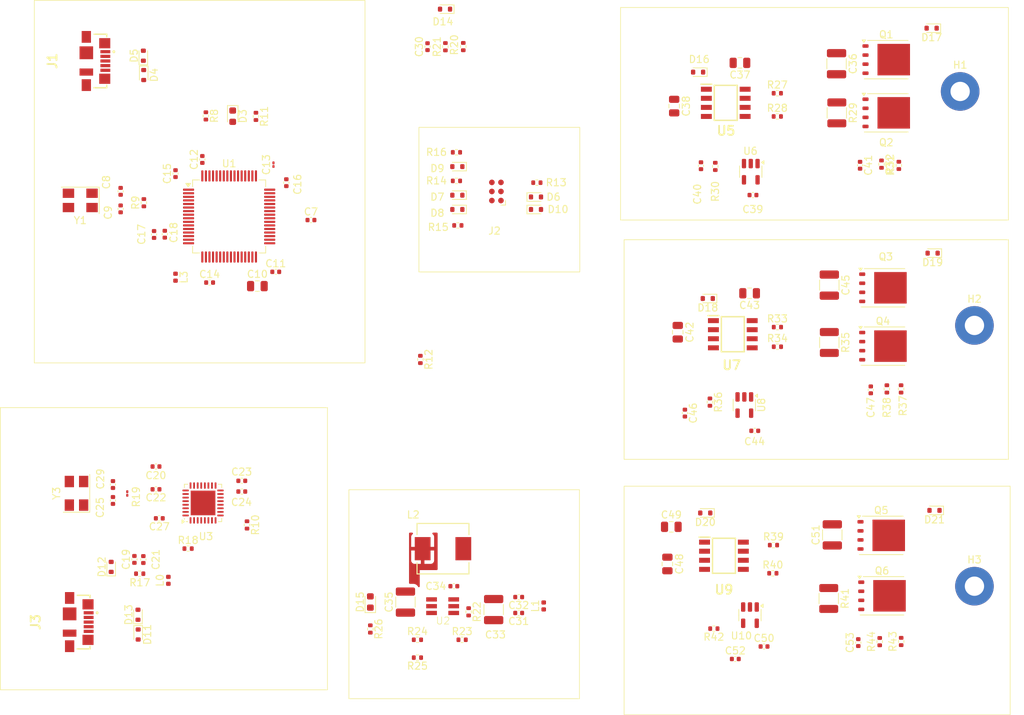
<source format=kicad_pcb>
(kicad_pcb (version 20240108) (generator "pcbnew") (generator_version "8.0")
  (layers (0 "F.Cu" signal) (1 "In1.Cu" power) (2 "In2.Cu" signal) (3 "In3.Cu" power) (4 "In4.Cu" power) (31 "B.Cu" signal) (34 "B.Paste" user) (35 "F.Paste" user) (36 "B.SilkS" user "B.Silkscreen") (37 "F.SilkS" user "F.Silkscreen") (38 "B.Mask" user) (39 "F.Mask" user) (44 "Edge.Cuts" user))
  (net 0 "")
  (net 1 "GND")
  (net 2 "/MICRO CONTROLLER/MCU_NRST")
  (net 3 "/MICRO CONTROLLER/HSE_IN")
  (net 4 "/MICRO CONTROLLER/XTAL_IN")
  (net 5 "/MICRO CONTROLLER/VCAP1")
  (net 6 "+3.3V")
  (net 7 "/MICRO CONTROLLER/VCAP2")
  (net 8 "Net-(U1-VDDA)")
  (net 9 "Net-(D11-K)")
  (net 10 "/MICRO CONTROLLER/USB_XI")
  (net 11 "Net-(U3-VDDA1.8)")
  (net 12 "/MICRO CONTROLLER/USB_XO")
  (net 13 "/MICRO CONTROLLER/VCC_SENSE")
  (net 14 "VCC")
  (net 15 "/PHASE A/VPH_A")
  (net 16 "/PHASE A/VB_A")
  (net 17 "/MICRO CONTROLLER/VISENSE_A")
  (net 18 "/PHASE A/VSENSE_A")
  (net 19 "/PHASE B/VB_B")
  (net 20 "/PHASE B/VPH_B")
  (net 21 "/MICRO CONTROLLER/VISENSE_B")
  (net 22 "/PHASE B/VSENSE_B")
  (net 23 "/PHASE C/VPH_C")
  (net 24 "/PHASE C/VB_C")
  (net 25 "/MICRO CONTROLLER/VISENSE_C")
  (net 26 "/PHASE C/VSENSE_C")
  (net 27 "Net-(D3-K)")
  (net 28 "Net-(D3-A)")
  (net 29 "/MICRO CONTROLLER/USB_FS_D_P")
  (net 30 "/MICRO CONTROLLER/USB_FS_D_N")
  (net 31 "/MICRO CONTROLLER/NRST")
  (net 32 "/MICRO CONTROLLER/SWCLK")
  (net 33 "/MICRO CONTROLLER/SWDIO")
  (net 34 "/MICRO CONTROLLER/SWO")
  (net 35 "Net-(D12-K)")
  (net 36 "Net-(D13-K)")
  (net 37 "Net-(D15-K)")
  (net 53 "Net-(Q1-G)")
  (net 54 "/PHASE A/VPH_RS_A")
  (net 55 "Net-(Q2-G)")
  (net 56 "Net-(Q3-G)")
  (net 57 "Net-(Q4-G)")
  (net 58 "/PHASE B/VPH_RS_B")
  (net 59 "Net-(Q5-G)")
  (net 60 "/PHASE C/VPH_RS_C")
  (net 61 "Net-(Q6-G)")
  (net 62 "/MICRO CONTROLLER/BOOTO")
  (net 63 "/MICRO CONTROLLER/HSE_OUT")
  (net 64 "/MICRO CONTROLLER/USB_RES")
  (net 65 "Net-(U1-PB2)")
  (net 66 "/MICRO CONTROLLER/MCU_SWCLK")
  (net 67 "/MICRO CONTROLLER/MCU_SWDIO")
  (net 68 "/MICRO CONTROLLER/MCU_SWO")
  (net 69 "Net-(U3-VBUS)")
  (net 70 "Net-(U3-RBIAS)")
  (net 71 "/POWER/FB")
  (net 72 "/PHASE A/VHO_A")
  (net 73 "/PHASE A/VLO_A")
  (net 74 "/PHASE A/VIS_A")
  (net 75 "/PHASE B/VHO_B")
  (net 76 "/PHASE B/VLO_B")
  (net 77 "/PHASE B/VIS_B")
  (net 78 "/PHASE C/VHO_C")
  (net 79 "/PHASE C/VLO_C")
  (net 80 "/PHASE C/VIS_C")
  (net 81 "/MICRO CONTROLLER/ULPI_D5")
  (net 83 "/MICRO CONTROLLER/ULPI_D1")
  (net 85 "/MICRO CONTROLLER/ULPI_D2")
  (net 89 "/MICRO CONTROLLER/ULPI_STP")
  (net 91 "/MICRO CONTROLLER/ULPI_D6")
  (net 92 "/MICRO CONTROLLER/ULPI_D7")
  (net 94 "/MICRO CONTROLLER/ULPI_DIR")
  (net 98 "/PHASE C/HIN_C")
  (net 99 "/PHASE A/HIN_A")
  (net 102 "/PHASE B/HIN_B")
  (net 104 "/MICRO CONTROLLER/ULPI_D0")
  (net 106 "/MICRO CONTROLLER/ULPI_D4")
  (net 109 "/PHASE A/NLIN_A")
  (net 112 "/MICRO CONTROLLER/ULPI_CLK")
  (net 114 "/PHASE B/NLIN_B")
  (net 115 "/MICRO CONTROLLER/ULPI_D3")
  (net 116 "/MICRO CONTROLLER/ULPI_NXT")
  (net 117 "/PHASE C/NLIN_C")
  (net 124 "Net-(U2-VIN)")
  (net 125 "Net-(U2-SW)")
  (net 126 "Net-(U2-BST)")
  (net 127 "Net-(U2-EN)")
  (net 128 "Net-(C21-Pad1)")
  (footprint "Resistor_SMD:R_1210_3225Metric" (layer "F.Cu") (at 173 58.25 -90)
    (property "Reference" "R29" (at 0 -2.28 -90) (layer "F.SilkS"))
    (property "Value" "2mR")
    (pad "1" smd roundrect (at -1.4625 0 270) (size 1.125 2.65) (layers "F.Cu" "F.Paste" "F.Mask") (roundrect_rratio 0.222222) (net 54 "/PHASE A/VPH_RS_A"))
    (pad "2" smd roundrect (at 1.4625 0 270) (size 1.125 2.65) (layers "F.Cu" "F.Paste" "F.Mask") (roundrect_rratio 0.222222) (net 1 "GND"))
  )
  (footprint "Resistor_SMD:R_0402_1005Metric" (layer "F.Cu") (at 181.988 96.8875 -90)
    (property "Reference" "R37" (at 2.3625 -0.262 -90) (layer "F.SilkS"))
    (property "Value" "4k7")
    (pad "1" smd roundrect (at -0.51 0 270) (size 0.54 0.64) (layers "F.Cu" "F.Paste" "F.Mask") (net 20 "/PHASE B/VPH_B"))
    (pad "2" smd roundrect (at 0.51 0 270) (size 0.54 0.64) (layers "F.Cu" "F.Paste" "F.Mask") (net 22 "/PHASE B/VSENSE_B"))
  )
  (footprint "Resistor_SMD:R_0402_1005Metric" (layer "F.Cu") (at 119.795 67.77)
    (property "Reference" "R14" (at -2.795 -0.02 0) (layer "F.SilkS"))
    (property "Value" "22R")
    (pad "1" smd roundrect (at -0.51 0) (size 0.54 0.64) (layers "F.Cu" "F.Paste" "F.Mask") (net 66 "/MICRO CONTROLLER/MCU_SWCLK"))
    (pad "2" smd roundrect (at 0.51 0) (size 0.54 0.64) (layers "F.Cu" "F.Paste" "F.Mask") (net 32 "/MICRO CONTROLLER/SWCLK"))
  )
  (footprint "Package_TO_SOT_SMD:SOT-23-5" (layer "F.Cu") (at 160.962 66.4825 -90)
    (property "Reference" "U6" (at -2.8875 0.05 180) (layer "F.SilkS"))
    (property "Value" "INA180A3")
    (pad "1" smd roundrect (at -1.1375 -0.95 270) (size 1.325 0.6) (layers "F.Cu" "F.Paste" "F.Mask") (net 74 "/PHASE A/VIS_A"))
    (pad "2" smd roundrect (at -1.1375 0 270) (size 1.325 0.6) (layers "F.Cu" "F.Paste" "F.Mask") (net 1 "GND"))
    (pad "3" smd roundrect (at -1.1375 0.95 270) (size 1.325 0.6) (layers "F.Cu" "F.Paste" "F.Mask") (net 54 "/PHASE A/VPH_RS_A"))
    (pad "4" smd roundrect (at 1.1375 0.95 270) (size 1.325 0.6) (layers "F.Cu" "F.Paste" "F.Mask") (net 1 "GND"))
    (pad "5" smd roundrect (at 1.1375 -0.95 270) (size 1.325 0.6) (layers "F.Cu" "F.Paste" "F.Mask") (net 6 "+3.3V"))
  )
  (footprint "MountingHole:MountingHole_2.7mm_M2.5_Pad" (layer "F.Cu") (at 192.25 88)
    (property "Reference" "H2" (at 0 -3.7 0) (layer "F.SilkS"))
    (property "Value" "MountingHole_Pad")
    (pad "1" thru_hole circle (at 0 0) (size 5.4 5.4) (drill 2.7) (layers "*.Cu" "*.Mask") (net 20 "/PHASE B/VPH_B"))
  )
  (footprint "Diode_SMD:D_SOD-523" (layer "F.Cu") (at 119.92 71.77 180)
    (property "Reference" "D8" (at 2.8 -0.5 0) (layer "F.SilkS"))
    (property "Value" "ESD5Zxx")
    (pad "1" smd roundrect (at -0.7 0) (size 0.6 0.7) (layers "F.Cu" "F.Paste" "F.Mask") (net 33 "/MICRO CONTROLLER/SWDIO"))
    (pad "2" smd roundrect (at 0.7 0) (size 0.6 0.7) (layers "F.Cu" "F.Paste" "F.Mask") (net 1 "GND"))
  )
  (footprint "Capacitor_SMD:C_0805_2012Metric" (layer "F.Cu") (at 149.8495 116.19)
    (property "Reference" "C49" (at 0 -1.68 0) (layer "F.SilkS"))
    (property "Value" "1u")
    (pad "1" smd roundrect (at -0.95 0) (size 1 1.45) (layers "F.Cu" "F.Paste" "F.Mask") (net 24 "/PHASE C/VB_C"))
    (pad "2" smd roundrect (at 0.95 0) (size 1 1.45) (layers "F.Cu" "F.Paste" "F.Mask") (net 23 "/PHASE C/VPH_C"))
  )
  (footprint "Capacitor_SMD:C_0402_1005Metric" (layer "F.Cu") (at 115.75 48.98 90)
    (property "Reference" "C30" (at 0 -1.16 90) (layer "F.SilkS"))
    (property "Value" "10n")
    (pad "1" smd roundrect (at -0.48 0 90) (size 0.56 0.62) (layers "F.Cu" "F.Paste" "F.Mask") (net 13 "/MICRO CONTROLLER/VCC_SENSE"))
    (pad "2" smd roundrect (at 0.48 0 90) (size 0.56 0.62) (layers "F.Cu" "F.Paste" "F.Mask") (net 1 "GND"))
  )
  (footprint "Package_TO_SOT_SMD:TDSON-8-1" (layer "F.Cu") (at 179.912 50.795)
    (property "Reference" "Q1" (at 0 -3.5 0) (layer "F.SilkS"))
    (property "Value" "FDMS8350LET40")
    (pad "1" smd roundrect (at -2.9 -1.905) (size 0.85 0.5) (layers "F.Cu" "F.Paste" "F.Mask") (net 15 "/PHASE A/VPH_A"))
    (pad "2" smd roundrect (at -2.9 -0.635) (size 0.85 0.5) (layers "F.Cu" "F.Paste" "F.Mask") (net 15 "/PHASE A/VPH_A"))
    (pad "3" smd roundrect (at -2.9 0.635) (size 0.85 0.5) (layers "F.Cu" "F.Paste" "F.Mask") (net 15 "/PHASE A/VPH_A"))
    (pad "4" smd roundrect (at -2.9 1.905) (size 0.85 0.5) (layers "F.Cu" "F.Paste" "F.Mask") (net 53 "Net-(Q1-G)"))
    (pad "5" smd rect (at 1.05 0) (size 4.55 4.41) (layers "F.Cu") (net 14 "VCC"))
  )
  (footprint "Diode_SMD:D_SOD-523" (layer "F.Cu") (at 75.25 128.5 90)
    (property "Reference" "D13" (at 0 -1.3 90) (layer "F.SilkS"))
    (property "Value" "ESD5Zxx")
    (pad "1" smd roundrect (at -0.7 0 270) (size 0.6 0.7) (layers "F.Cu" "F.Paste" "F.Mask") (net 36 "Net-(D13-K)"))
    (pad "2" smd roundrect (at 0.7 0 270) (size 0.6 0.7) (layers "F.Cu" "F.Paste" "F.Mask") (net 1 "GND"))
  )
  (footprint "Capacitor_SMD:C_0402_1005Metric" (layer "F.Cu") (at 71.75 110.27 -90)
    (property "Reference" "C29" (at -0.77 1.75 90) (layer "F.SilkS"))
    (property "Value" "10p")
    (pad "1" smd roundrect (at -0.48 0 270) (size 0.56 0.62) (layers "F.Cu" "F.Paste" "F.Mask") (net 12 "/MICRO CONTROLLER/USB_XO"))
    (pad "2" smd roundrect (at 0.48 0 270) (size 0.56 0.62) (layers "F.Cu" "F.Paste" "F.Mask") (net 1 "GND"))
  )
  (footprint "Resistor_SMD:R_1210_3225Metric" (layer "F.Cu") (at 171.867 126.22 -90)
    (property "Reference" "R41" (at 0 -2.28 -90) (layer "F.SilkS"))
    (property "Value" "2M")
    (pad "1" smd roundrect (at -1.4625 0 270) (size 1.125 2.65) (layers "F.Cu" "F.Paste" "F.Mask") (roundrect_rratio 0.222222) (net 60 "/PHASE C/VPH_RS_C"))
    (pad "2" smd roundrect (at 1.4625 0 270) (size 1.125 2.65) (layers "F.Cu" "F.Paste" "F.Mask") (roundrect_rratio 0.222222) (net 1 "GND"))
  )
  (footprint "Capacitor_SMD:C_1210_3225Metric" (layer "F.Cu") (at 125 127.775 -90)
    (property "Reference" "C33" (at 3.525 -0.25 180) (layer "F.SilkS"))
    (property "Value" "47u")
    (pad "1" smd roundrect (at -1.475 0 270) (size 1.15 2.7) (layers "F.Cu" "F.Paste" "F.Mask") (roundrect_rratio 0.217391) (net 124 "Net-(U2-VIN)"))
    (pad "2" smd roundrect (at 1.475 0 270) (size 1.15 2.7) (layers "F.Cu" "F.Paste" "F.Mask") (roundrect_rratio 0.217391) (net 1 "GND"))
  )
  (footprint "Capacitor_SMD:C_1210_3225Metric" (layer "F.Cu") (at 172.962 51.37 -90)
    (property "Reference" "C36" (at 0 -2.3 90) (layer "F.SilkS"))
    (property "Value" "47u")
    (pad "1" smd roundrect (at -1.475 0 270) (size 1.15 2.7) (layers "F.Cu" "F.Paste" "F.Mask") (roundrect_rratio 0.217391) (net 1 "GND"))
    (pad "2" smd roundrect (at 1.475 0 270) (size 1.15 2.7) (layers "F.Cu" "F.Paste" "F.Mask") (roundrect_rratio 0.217391) (net 14 "VCC"))
  )
  (footprint "Capacitor_SMD:C_0402_1005Metric" (layer "F.Cu") (at 77.77 110.94 180)
    (property "Reference" "C22" (at 0 -1.16 360) (layer "F.SilkS"))
    (property "Value" "100n")
    (pad "1" smd roundrect (at -0.48 0 180) (size 0.56 0.62) (layers "F.Cu" "F.Paste" "F.Mask") (net 6 "+3.3V"))
    (pad "2" smd roundrect (at 0.48 0 180) (size 0.56 0.62) (layers "F.Cu" "F.Paste" "F.Mask") (net 1 "GND"))
  )
  (footprint "Crystal:Crystal_SMD_5032-4Pin_5.0x3.2mm" (layer "F.Cu") (at 67.175 70.5 180)
    (property "Reference" "Y1" (at 0 -2.8 0) (layer "F.SilkS"))
    (property "Value" "Crystal_GND24")
    (pad "1" smd rect (at -1.65 1 180) (size 1.6 1.3) (layers "F.Cu" "F.Paste" "F.Mask") (net 3 "/MICRO CONTROLLER/HSE_IN"))
    (pad "2" smd rect (at 1.65 1 180) (size 1.6 1.3) (layers "F.Cu" "F.Paste" "F.Mask") (net 1 "GND"))
    (pad "3" smd rect (at 1.65 -1 180) (size 1.6 1.3) (layers "F.Cu" "F.Paste" "F.Mask") (net 4 "/MICRO CONTROLLER/XTAL_IN"))
    (pad "4" smd rect (at -1.65 -1 180) (size 1.6 1.3) (layers "F.Cu" "F.Paste" "F.Mask") (net 1 "GND"))
  )
  (footprint "Capacitor_SMD:C_1210_3225Metric" (layer "F.Cu") (at 171.95 82.3575 -90)
    (property "Reference" "C45" (at 0 -2.3 90) (layer "F.SilkS"))
    (property "Value" "47u")
    (pad "1" smd roundrect (at -1.475 0 270) (size 1.15 2.7) (layers "F.Cu" "F.Paste" "F.Mask") (roundrect_rratio 0.217391) (net 14 "VCC"))
    (pad "2" smd roundrect (at 1.475 0 270) (size 1.15 2.7) (layers "F.Cu" "F.Paste" "F.Mask") (roundrect_rratio 0.217391) (net 1 "GND"))
  )
  (footprint "Diode_SMD:D_SOD-523" (layer "F.Cu") (at 186.262 46.395 180)
    (property "Reference" "D17" (at 0 -1.3 0) (layer "F.SilkS"))
    (property "Value" "ESD5Zxx")
    (pad "1" smd roundrect (at -0.7 0) (size 0.6 0.7) (layers "F.Cu" "F.Paste" "F.Mask") (net 15 "/PHASE A/VPH_A"))
    (pad "2" smd roundrect (at 0.7 0) (size 0.6 0.7) (layers "F.Cu" "F.Paste" "F.Mask") (net 1 "GND"))
  )
  (footprint "Package_TO_SOT_SMD:TDSON-8-1" (layer "F.Cu") (at 179.45 90.9)
    (property "Reference" "Q4" (at 0 -3.5 0) (layer "F.SilkS"))
    (property "Value" "FDMS8350LET40")
    (pad "1" smd roundrect (at -2.9 -1.905) (size 0.85 0.5) (layers "F.Cu" "F.Paste" "F.Mask") (net 58 "/PHASE B/VPH_RS_B"))
    (pad "2" smd roundrect (at -2.9 -0.635) (size 0.85 0.5) (layers "F.Cu" "F.Paste" "F.Mask") (net 58 "/PHASE B/VPH_RS_B"))
    (pad "3" smd roundrect (at -2.9 0.635) (size 0.85 0.5) (layers "F.Cu" "F.Paste" "F.Mask") (net 58 "/PHASE B/VPH_RS_B"))
    (pad "4" smd roundrect (at -2.9 1.905) (size 0.85 0.5) (layers "F.Cu" "F.Paste" "F.Mask") (net 57 "Net-(Q4-G)"))
    (pad "5" smd rect (at 1.05 0) (size 4.55 4.41) (layers "F.Cu") (net 20 "/PHASE B/VPH_B"))
  )
  (footprint "Resistor_SMD:R_0402_1005Metric" (layer "F.Cu") (at 91.75 58.74 -90)
    (property "Reference" "R11" (at 0 -1.17 90) (layer "F.SilkS"))
    (property "Value" "1k")
    (pad "1" smd roundrect (at -0.51 0 270) (size 0.54 0.64) (layers "F.Cu" "F.Paste" "F.Mask") (net 27 "Net-(D3-K)"))
    (pad "2" smd roundrect (at 0.51 0 270) (size 0.54 0.64) (layers "F.Cu" "F.Paste" "F.Mask") (net 1 "GND"))
  )
  (footprint "Resistor_SMD:R_0402_1005Metric" (layer "F.Cu") (at 118.25 48.99 90)
    (property "Reference" "R21" (at 0 -1.17 90) (layer "F.SilkS"))
    (property "Value" "1k")
    (pad "1" smd roundrect (at -0.51 0 90) (size 0.54 0.64) (layers "F.Cu" "F.Paste" "F.Mask") (net 13 "/MICRO CONTROLLER/VCC_SENSE"))
    (pad "2" smd roundrect (at 0.51 0 90) (size 0.54 0.64) (layers "F.Cu" "F.Paste" "F.Mask") (net 1 "GND"))
  )
  (footprint "Capacitor_SMD:C_0402_1005Metric" (layer "F.Cu") (at 80.5 66.75 90)
    (property "Reference" "C15" (at 0 -1.16 90) (layer "F.SilkS"))
    (property "Value" "100n")
    (pad "1" smd roundrect (at -0.48 0 90) (size 0.56 0.62) (layers "F.Cu" "F.Paste" "F.Mask") (net 6 "+3.3V"))
    (pad "2" smd roundrect (at 0.48 0 90) (size 0.56 0.62) (layers "F.Cu" "F.Paste" "F.Mask") (net 1 "GND"))
  )
  (footprint "Capacitor_SMD:C_0402_1005Metric" (layer "F.Cu") (at 176 132.395 90)
    (property "Reference" "C53" (at 0 -1.16 90) (layer "F.SilkS"))
    (property "Value" "10n")
    (pad "1" smd roundrect (at -0.48 0 90) (size 0.56 0.62) (layers "F.Cu" "F.Paste" "F.Mask") (net 26 "/PHASE C/VSENSE_C"))
    (pad "2" smd roundrect (at 0.48 0 90) (size 0.56 0.62) (layers "F.Cu" "F.Paste" "F.Mask") (net 1 "GND"))
  )
  (footprint "Diode_SMD:D_SOD-523" (layer "F.Cu") (at 76.05 52.95 -90)
    (property "Reference" "D4" (at 0 -1.45 90) (layer "F.SilkS"))
    (property "Value" "ESD5Zxx")
    (pad "1" smd roundrect (at -0.7 0 90) (size 0.6 0.7) (layers "F.Cu" "F.Paste" "F.Mask") (net 29 "/MICRO CONTROLLER/USB_FS_D_P"))
    (pad "2" smd roundrect (at 0.7 0 90) (size 0.6 0.7) (layers "F.Cu" "F.Paste" "F.Mask") (net 1 "GND"))
  )
  (footprint "Capacitor_SMD:C_0402_1005Metric" (layer "F.Cu") (at 72.825 71.69 90)
    (property "Reference" "C9" (at -0.52 -1.75 90) (layer "F.SilkS"))
    (property "Value" "10p")
    (pad "1" smd roundrect (at -0.48 0 90) (size 0.56 0.62) (layers "F.Cu" "F.Paste" "F.Mask") (net 4 "/MICRO CONTROLLER/XTAL_IN"))
    (pad "2" smd roundrect (at 0.48 0 90) (size 0.56 0.62) (layers "F.Cu" "F.Paste" "F.Mask") (net 1 "GND"))
  )
  (footprint "Resistor_SMD:R_01005_0402Metric" (layer "F.Cu") (at 73.75 111.525 90)
    (property "Reference" "R19" (at -0.475 1.25 90) (layer "F.SilkS"))
    (property "Value" "1M")
    (pad "1" smd roundrect (at -0.25 0 90) (size 0.4 0.3) (layers "F.Cu" "F.Mask") (net 10 "/MICRO CONTROLLER/USB_XI"))
    (pad "2" smd roundrect (at 0.25 0 90) (size 0.4 0.3) (layers "F.Cu" "F.Mask") (net 12 "/MICRO CONTROLLER/USB_XO"))
  )
  (footprint "Resistor_SMD:R_0402_1005Metric" (layer "F.Cu") (at 120.5875 132)
    (property "Reference" "R23" (at 0 -1.17 0) (layer "F.SilkS"))
    (property "Value" "12k")
    (pad "1" smd roundrect (at -0.51 0) (size 0.54 0.64) (layers "F.Cu" "F.Paste" "F.Mask") (net 1 "GND"))
    (pad "2" smd roundrect (at 0.51 0) (size 0.54 0.64) (layers "F.Cu" "F.Paste" "F.Mask") (net 127 "Net-(U2-EN)"))
  )
  (footprint "Diode_SMD:D_SOD-523" (layer "F.Cu") (at 76 50.25 90)
    (property "Reference" "D5" (at 0 -1.3 90) (layer "F.SilkS"))
    (property "Value" "ESD5Zxx")
    (pad "1" smd roundrect (at -0.7 0 270) (size 0.6 0.7) (layers "F.Cu" "F.Paste" "F.Mask") (net 30 "/MICRO CONTROLLER/USB_FS_D_N"))
    (pad "2" smd roundrect (at 0.7 0 270) (size 0.6 0.7) (layers "F.Cu" "F.Paste" "F.Mask") (net 1 "GND"))
  )
  (footprint "Resistor_SMD:R_0402_1005Metric" (layer "F.Cu") (at 131.045 68.02 180)
    (property "Reference" "R13" (at -2.705 0.02 180) (layer "F.SilkS"))
    (property "Value" "22R")
    (pad "1" smd roundrect (at -0.51 0 180) (size 0.54 0.64) (layers "F.Cu" "F.Paste" "F.Mask") (net 2 "/MICRO CONTROLLER/MCU_NRST"))
    (pad "2" smd roundrect (at 0.51 0 180) (size 0.54 0.64) (layers "F.Cu" "F.Paste" "F.Mask") (net 31 "/MICRO CONTROLLER/NRST"))
  )
  (footprint "Resistor_SMD:R_0402_1005Metric" (layer "F.Cu") (at 155.25 98.7325 -90)
    (property "Reference" "R36" (at 0 -1.17 90) (layer "F.SilkS"))
    (property "Value" "1k")
    (pad "1" smd roundrect (at -0.51 0 270) (size 0.54 0.64) (layers "F.Cu" "F.Paste" "F.Mask") (net 77 "/PHASE B/VIS_B"))
    (pad "2" smd roundrect (at 0.51 0 270) (size 0.54 0.64) (layers "F.Cu" "F.Paste" "F.Mask") (net 21 "/MICRO CONTROLLER/VISENSE_B"))
  )
  (footprint "Custom_components:Power Inductor IND_MWSA0603S_SNL" (layer "F.Cu") (at 117.9125 119.25 180)
    (property "Reference" "L2" (at 4.1625 4.75 0) (layer "F.SilkS"))
    (property "Value" "22u")
    (pad "1" smd rect (at -2.8448 0 180) (size 2.2098 3.2512) (layers "F.Cu" "F.Paste" "F.Mask") (net 125 "Net-(U2-SW)"))
    (pad "2" smd rect (at 2.8448 0 180) (size 2.2098 3.2512) (layers "F.Cu" "F.Paste" "F.Mask") (net 6 "+3.3V"))
  )
  (footprint "Capacitor_SMD:C_0402_1005Metric" (layer "F.Cu") (at 99.445 73.25)
    (property "Reference" "C7" (at 0 -1.16 0) (layer "F.SilkS"))
    (property "Value" "100n")
    (pad "1" smd roundrect (at -0.48 0) (size 0.56 0.62) (layers "F.Cu" "F.Paste" "F.Mask") (net 1 "GND"))
    (pad "2" smd roundrect (at 0.48 0) (size 0.56 0.62) (layers "F.Cu" "F.Paste" "F.Mask") (net 2 "/MICRO CONTROLLER/MCU_NRST"))
  )
  (footprint "Inductor_SMD:L_0402_1005Metric" (layer "F.Cu") (at 80.5 81.25 -90)
    (property "Reference" "L3" (at 0 -1.17 90) (layer "F.SilkS"))
    (property "Value" "L_Ferrite_mcu")
    (pad "1" smd roundrect (at -0.485 0 270) (size 0.59 0.64) (layers "F.Cu" "F.Paste" "F.Mask") (net 8 "Net-(U1-VDDA)"))
    (pad "2" smd roundrect (at 0.485 0 270) (size 0.59 0.64) (layers "F.Cu" "F.Paste" "F.Mask") (net 6 "+3.3V"))
  )
  (footprint "Diode_SMD:D_SOD-523" (layer "F.Cu") (at 119.92 65.77 180)
    (property "Reference" "D9" (at 2.8 -0.25 0) (layer "F.SilkS"))
    (property "Value" "ESD5Zxx")
    (pad "1" smd roundrect (at -0.7 0) (size 0.6 0.7) (layers "F.Cu" "F.Paste" "F.Mask") (net 34 "/MICRO CONTROLLER/SWO"))
    (pad "2" smd roundrect (at 0.7 0) (size 0.6 0.7) (layers "F.Cu" "F.Paste" "F.Mask") (net 1 "GND"))
  )
  (footprint "Diode_SMD:D_SOD-523" (layer "F.Cu") (at 71.5 121.8 90)
    (property "Reference" "D12" (at 0 -1.3 90) (layer "F.SilkS"))
    (property "Value" "ESD5Zxx")
    (pad "1" smd roundrect (at -0.7 0 270) (size 0.6 0.7) (layers "F.Cu" "F.Paste" "F.Mask") (net 35 "Net-(D12-K)"))
    (pad "2" smd roundrect (at 0.7 0 270) (size 0.6 0.7) (layers "F.Cu" "F.Paste" "F.Mask") (net 1 "GND"))
  )
  (footprint "Custom_components:IR2103" (layer "F.Cu") (at 157.462 56.845)
    (property "Reference" "U5" (at 0.038 3.905 0) (layer "F.SilkS") (effects (font (size 1.27 1.27) (thickness 0.254))))
    (property "Value" "IR2103" (hide yes))
    (pad "1" smd rect (at -2.712 -1.905 90) (size 0.7 1.525) (layers "F.Cu" "F.Paste" "F.Mask") (net 14 "VCC"))
    (pad "2" smd rect (at -2.712 -0.635 90) (size 0.7 1.525) (layers "F.Cu" "F.Paste" "F.Mask") (net 99 "/PHASE A/HIN_A"))
    (pad "3" smd rect (at -2.712 0.635 90) (size 0.7 1.525) (layers "F.Cu" "F.Paste" "F.Mask") (net 109 "/PHASE A/NLIN_A"))
    (pad "4" smd rect (at -2.712 1.905 90) (size 0.7 1.525) (layers "F.Cu" "F.Paste" "F.Mask") (net 1 "GND"))
    (pad "5" smd rect (at 2.712 1.905 90) (size 0.7 1.525) (layers "F.Cu" "F.Paste" "F.Mask") (net 73 "/PHASE A/VLO_A"))
    (pad "6" smd rect (at 2.712 0.635 90) (size 0.7 1.525) (layers "F.Cu" "F.Paste" "F.Mask") (net 15 "/PHASE A/VPH_A"))
    (pad "7" smd rect (at 2.712 -0.635 90) (size 0.7 1.525) (layers "F.Cu" "F.Paste" "F.Mask") (net 72 "/PHASE A/VHO_A"))
    (pad "8" smd rect (at 2.712 -1.905 90) (size 0.7 1.525) (layers "F.Cu" "F.Paste" "F.Mask") (net 16 "/PHASE A/VB_A"))
  )
  (footprint "Resistor_SMD:R_0402_1005Metric" (layer "F.Cu") (at 164.0495 122.69)
    (property "Reference" "R40" (at 0 -1.17 0) (layer "F.SilkS"))
    (property "Value" "100R")
    (pad "1" smd roundrect (at -0.51 0) (size 0.54 0.64) (layers "F.Cu" "F.Paste" "F.Mask") (net 79 "/PHASE C/VLO_C"))
    (pad "2" smd roundrect (at 0.51 0) (size 0.54 0.64) (layers "F.Cu" "F.Paste" "F.Mask") (net 61 "Net-(Q6-G)"))
  )
  (footprint "LED_SMD:LED_0603_1608Metric" (layer "F.Cu") (at 88.5 58.7125 -90)
    (property "Reference" "D3" (at 0 -1.43 -90) (layer "F.SilkS"))
    (property "Value" "LED")
    (pad "1" smd roundrect (at -0.7875 0 270) (size 0.875 0.95) (layers "F.Cu" "F.Paste" "F.Mask") (net 27 "Net-(D3-K)"))
    (pad "2" smd roundrect (at 0.7875 0 270) (size 0.875 0.95) (layers "F.Cu" "F.Paste" "F.Mask") (net 28 "Net-(D3-A)"))
  )
  (footprint "Capacitor_SMD:C_0402_1005Metric" (layer "F.Cu") (at 79 75.23 90)
    (property "Reference" "C18" (at 0.23 1.25 90) (layer "F.SilkS"))
    (property "Value" "100n")
    (pad "1" smd roundrect (at -0.48 0 90) (size 0.56 0.62) (layers "F.Cu" "F.Paste" "F.Mask") (net 1 "GND"))
    (pad "2" smd roundrect (at 0.48 0 90) (size 0.56 0.62) (layers "F.Cu" "F.Paste" "F.Mask") (net 8 "Net-(U1-VDDA)"))
  )
  (footprint "Custom_components:IR2103" (layer "F.Cu") (at 158.45 89.2325)
    (property "Reference" "U7" (at -0.1625 4.335 0) (layer "F.SilkS") (effects (font (size 1.27 1.27) (thickness 0.254))))
    (property "Value" "IR2103" (hide yes))
    (pad "1" smd rect (at -2.712 -1.905 90) (size 0.7 1.525) (layers "F.Cu" "F.Paste" "F.Mask") (net 14 "VCC"))
    (pad "2" smd rect (at -2.712 -0.635 90) (size 0.7 1.525) (layers "F.Cu" "F.Paste" "F.Mask") (net 102 "/PHASE B/HIN_B"))
    (pad "3" smd rect (at -2.712 0.635 90) (size 0.7 1.525) (layers "F.Cu" "F.Paste" "F.Mask") (net 114 "/PHASE B/NLIN_B"))
    (pad "4" smd rect (at -2.712 1.905 90) (size 0.7 1.525) (layers "F.Cu" "F.Paste" "F.Mask") (net 1 "GND"))
    (pad "5" smd rect (at 2.712 1.905 90) (size 0.7 1.525) (layers "F.Cu" "F.Paste" "F.Mask") (net 76 "/PHASE B/VLO_B"))
    (pad "6" smd rect (at 2.712 0.635 90) (size 0.7 1.525) (layers "F.Cu" "F.Paste" "F.Mask") (net 20 "/PHASE B/VPH_B"))
    (pad "7" smd rect (at 2.712 -0.635 90) (size 0.7 1.525) (layers "F.Cu" "F.Paste" "F.Mask") (net 75 "/PHASE B/VHO_B"))
    (pad "8" smd rect (at 2.712 -1.905 90) (size 0.7 1.525) (layers "F.Cu" "F.Paste" "F.Mask") (net 19 "/PHASE B/VB_B"))
  )
  (footprint "Resistor_SMD:R_0402_1005Metric" (layer "F.Cu") (at 182 132.24 90)
    (property "Reference" "R43" (at 0 -1.17 90) (layer "F.SilkS"))
    (property "Value" "4k7")
    (pad "1" smd roundrect (at -0.51 0 90) (size 0.54 0.64) (layers "F.Cu" "F.Paste" "F.Mask") (net 23 "/PHASE C/VPH_C"))
    (pad "2" smd roundrect (at 0.51 0 90) (size 0.54 0.64) (layers "F.Cu" "F.Paste" "F.Mask") (net 26 "/PHASE C/VSENSE_C"))
  )
  (footprint "Resistor_SMD:R_0402_1005Metric" (layer "F.Cu") (at 156 65.74 -90)
    (property "Reference" "R30" (at 3.51 0 -90) (layer "F.SilkS"))
    (property "Value" "1k")
    (pad "1" smd roundrect (at -0.51 0 270) (size 0.54 0.64) (layers "F.Cu" "F.Paste" "F.Mask") (net 74 "/PHASE A/VIS_A"))
    (pad "2" smd roundrect (at 0.51 0 270) (size 0.54 0.64) (layers "F.Cu" "F.Paste" "F.Mask") (net 17 "/MICRO CONTROLLER/VISENSE_A"))
  )
  (footprint "Capacitor_SMD:C_0805_2012Metric" (layer "F.Cu") (at 150.25 57.3 -90)
    (property "Reference" "C38" (at 0 -1.68 90) (layer "F.SilkS"))
    (property "Value" "1u")
    (pad "1" smd roundrect (at -0.95 0 270) (size 1 1.45) (layers "F.Cu" "F.Paste" "F.Mask") (net 14 "VCC"))
    (pad "2" smd roundrect (at 0.95 0 270) (size 1 1.45) (layers "F.Cu" "F.Paste" "F.Mask") (net 1 "GND"))
  )
  (footprint "Capacitor_SMD:C_1210_3225Metric" (layer "F.Cu") (at 112.6625 126.725 90)
    (property "Reference" "C35" (at 0 -2.3 90) (layer "F.SilkS"))
    (property "Value" "47u")
    (pad "1" smd roundrect (at -1.475 0 90) (size 1.15 2.7) (layers "F.Cu" "F.Paste" "F.Mask") (roundrect_rratio 0.217391) (net 1 "GND"))
    (pad "2" smd roundrect (at 1.475 0 90) (size 1.15 2.7) (layers "F.Cu" "F.Paste" "F.Mask") (roundrect_rratio 0.217391) (net 6 "+3.3V"))
  )
  (footprint "Connector:Tag-Connect_TC2030-IDC-NL_2x03_P1.27mm_Vertical" (layer "F.Cu") (at 125.385 69.25 90)
    (property "Reference" "J2" (at -5.52 -0.265 180) (layer "F.SilkS"))
    (property "Value" "TC2030-NL")
    (pad "" np_thru_hole circle (at -2.54 0 90) (size 0.9906 0.9906) (drill 0.9906) (layers "*.Cu" "*.Mask"))
    (pad "" np_thru_hole circle (at 2.54 -1.016 90) (size 0.9906 0.9906) (drill 0.9906) (layers "*.Cu" "*.Mask"))
    (pad "" np_thru_hole circle (at 2.54 1.016 90) (size 0.9906 0.9906) (drill 0.9906) (layers "*.Cu" "*.Mask"))
    (pad "1" connect circle (at -1.27 0.635 90) (size 0.7874 0.7874) (layers "F.Cu" "F.Mask") (net 6 "+3.3V"))
    (pad "2" connect circle (at -1.27 -0.635 90) (size 0.7874 0.7874) (layers "F.Cu" "F.Mask") (net 33 "/MICRO CONTROLLER/SWDIO"))
    (pad "3" connect circle (at 0 0.635 90) (size 0.7874 0.7874) (layers "F.Cu" "F.Mask") (net 31 "/MICRO CONTROLLER/NRST"))
    (pad "4" connect circle (at 0 -0.635 90) (size 0.7874 0.7874) (layers "F.Cu" "F.Mask") (net 32 "/MICRO CONTROLLER/SWCLK"))
    (pad "5" connect circle (at 1.27 0.635 90) (size 0.7874 0.7874) (layers "F.Cu" "F.Mask") (net 1 "GND"))
    (pad "6" connect circle (at 1.27 -0.635 90) (size 0.7874 0.7874) (layers "F.Cu" "F.Mask") (net 34 "/MICRO CONTROLLER/SWO"))
    (zone (net 0) (net_name "") (layer "F.Cu") (connect_pads (clearance 0)) (min_thickness 0.254)
      (keepout (tracks allowed) (vias not_allowed) (pads allowed) (copperpour not_allowed) (footprints not_allowed))
      (fill (thermal_gap 0.508) (thermal_bridge_width 0.508))
      (polygon (pts (xy 124.75 67.98) (xy 124.75 70.52) (xy 126.02 70.52) (xy 126.02 67.98)))
    )
  )
  (footprint "Resistor_SMD:R_0402_1005Metric" (layer "F.Cu") (at 181.675 65.6 90)
    (property "Reference" "R31" (at 0 -1.17 90) (layer "F.SilkS"))
    (property "Value" "4k7")
    (pad "1" smd roundrect (at -0.51 0 90) (size 0.54 0.64) (layers "F.Cu" "F.Paste" "F.Mask") (net 15 "/PHASE A/VPH_A"))
    (pad "2" smd roundrect (at 0.51 0 90) (size 0.54 0.64) (layers "F.Cu" "F.Paste" "F.Mask") (net 18 "/PHASE A/VSENSE_A"))
  )
  (footprint "Package_TO_SOT_SMD:TDSON-8-1" (layer "F.Cu") (at 179.212 117.39)
    (property "Reference" "Q5" (at 0 -3.5 0) (layer "F.SilkS"))
    (property "Value" "FDMS8350LET40")
    (pad "1" smd roundrect (at -2.9 -1.905) (size 0.85 0.5) (layers "F.Cu" "F.Paste" "F.Mask") (net 23 "/PHASE C/VPH_C"))
    (pad "2" smd roundrect (at -2.9 -0.635) (size 0.85 0.5) (layers "F.Cu" "F.Paste" "F.Mask") (net 23 "/PHASE C/VPH_C"))
    (pad "3" smd roundrect (at -2.9 0.635) (size 0.85 0.5) (layers "F.Cu" "F.Paste" "F.Mask") (net 23 "/PHASE C/VPH_C"))
    (pad "4" smd roundrect (at -2.9 1.905) (size 0.85 0.5) (layers "F.Cu" "F.Paste" "F.Mask") (net 59 "Net-(Q5-G)"))
    (pad "5" smd rect (at 1.05 0) (size 4.55 4.41) (layers "F.Cu") (net 14 "VCC"))
  )
  (footprint "Capacitor_SMD:C_0402_1005Metric" (layer "F.Cu") (at 119.4325 124.5)
    (property "Reference" "C34" (at -2.52 0 0) (layer "F.SilkS"))
    (property "Value" "100n")
    (pad "1" smd roundrect (at -0.48 0) (size 0.56 0.62) (layers "F.Cu" "F.Paste" "F.Mask") (net 126 "Net-(U2-BST)"))
    (pad "2" smd roundrect (at 0.48 0) (size 0.56 0.62) (layers "F.Cu" "F.Paste" "F.Mask") (net 125 "Net-(U2-SW)"))
  )
  (footprint "Resistor_SMD:R_0402_1005Metric" (layer "F.Cu") (at 82.26 119.24)
    (property "Reference" "R18" (at 0 -1.17 360) (layer "F.SilkS"))
    (property "Value" "12k")
    (pad "1" smd roundrect (at -0.51 0) (size 0.54 0.64) (layers "F.Cu" "F.Paste" "F.Mask") (net 70 "Net-(U3-RBIAS)"))
    (pad "2" smd roundrect (at 0.51 0) (size 0.54 0.64) (layers "F.Cu" "F.Paste" "F.Mask") (net 1 "GND"))
  )
  (footprint "Resistor_SMD:R_0402_1005Metric" (layer "F.Cu") (at 119.99 74)
    (property "Reference" "R15" (at -2.74 0.25 0) (layer "F.SilkS"))
    (property "Value" "22R")
    (pad "1" smd roundrect (at -0.51 0) (size 0.54 0.64) (layers "F.Cu" "F.Paste" "F.Mask") (net 67 "/MICRO CONTROLLER/MCU_SWDIO"))
    (pad "2" smd roundrect (at 0.51 0) (size 0.54 0.64) (layers "F.Cu" "F.Paste" "F.Mask") (net 33 "/MICRO CONTROLLER/SWDIO"))
  )
  (footprint "Capacitor_SMD:C_0402_1005Metric" (layer "F.Cu") (at 154 65.645 90)
    (property "Reference" "C40" (at -3.98 -0.5 90) (layer "F.SilkS"))
    (property "Value" "1n")
    (pad "1" smd roundrect (at -0.48 0 90) (size 0.56 0.62) (layers "F.Cu" "F.Paste" "F.Mask") (net 17 "/MICRO CONTROLLER/VISENSE_A"))
    (pad "2" smd roundrect (at 0.48 0 90) (size 0.56 0.62) (layers "F.Cu" "F.Paste" "F.Mask") (net 1 "GND"))
  )
  (footprint "Capacitor_SMD:C_0402_1005Metric" (layer "F.Cu") (at 158.7995 134.69)
    (property "Reference" "C52" (at 0 -1.16 0) (layer "F.SilkS"))
    (property "Value" "1n")
    (pad "1" smd roundrect (at -0.48 0) (size 0.56 0.62) (layers "F.Cu" "F.Paste" "F.Mask") (net 25 "/MICRO CONTROLLER/VISENSE_C"))
    (pad "2" smd roundrect (at 0.48 0) (size 0.56 0.62) (layers "F.Cu" "F.Paste" "F.Mask") (net 1 "GND"))
  )
  (footprint "Capacitor_SMD:C_0805_2012Metric" (layer "F.Cu") (at 159.45 51.25 180)
    (property "Reference" "C37" (at 0 -1.68 0) (layer "F.SilkS"))
    (property "Value" "1u")
    (pad "1" smd roundrect (at -0.95 0 180) (size 1 1.45) (layers "F.Cu" "F.Paste" "F.Mask") (net 16 "/PHASE A/VB_A"))
    (pad "2" smd roundrect (at 0.95 0 180) (size 1 1.45) (layers "F.Cu" "F.Paste" "F.Mask") (net 15 "/PHASE A/VPH_A"))
  )
  (footprint "Capacitor_SMD:C_0402_1005Metric" (layer "F.Cu") (at 85.27 82)
    (property "Reference" "C14" (at 0 -1.16 0) (layer "F.SilkS"))
    (property "Value" "100n")
    (pad "1" smd roundrect (at -0.48 0) (size 0.56 0.62) (layers "F.Cu" "F.Paste" "F.Mask") (net 6 "+3.3V"))
    (pad "2" smd roundrect (at 0.48 0) (size 0.56 0.62) (layers "F.Cu" "F.Paste" "F.Mask") (net 1 "GND"))
  )
  (footprint "Diode_SMD:D_SOD-523" (layer "F.Cu") (at 153.5995 52.545 180)
    (property "Reference" "D16" (at -0.1505 1.795 0) (layer "F.SilkS"))
    (property "Value" "ESD5Zxx")
    (pad "1" smd roundrect (at -0.7 0) (size 0.6 0.7) (layers "F.Cu" "F.Paste" "F.Mask") (net 16 "/PHASE A/VB_A"))
    (pad "2" smd roundrect (at 0.7 0) (size 0.6 0.7) (layers "F.Cu" "F.Paste" "F.Mask") (net 14 "VCC"))
  )
  (footprint "Resistor_SMD:R_0402_1005Metric" (layer "F.Cu") (at 179.25 65.425 -90)
    (property "Reference" "R32" (at 0 -1.17 -90) (layer "F.SilkS"))
    (property "Value" "1k")
    (pad "1" smd roundrect (at -0.51 0 270) (size 0.54 0.64) (layers "F.Cu" "F.Paste" "F.Mask") (net 1 "GND"))
    (pad "2" smd roundrect (at 0.51 0 270) (size 0.54 0.64) (layers "F.Cu" "F.Paste" "F.Mask") (net 18 "/PHASE A/VSENSE_A"))
  )
  (footprint "Resistor_SMD:R_0402_1005Metric" (layer "F.Cu") (at 119.795 63.77)
    (property "Reference" "R16" (at -2.795 -0.02 0) (layer "F.SilkS"))
    (property "Value" "22R")
    (pad "1" smd roundrect (at -0.51 0) (size 0.54 0.64) (layers "F.Cu" "F.Paste" "F.Mask") (net 68 "/MICRO CONTROLLER/MCU_SWO"))
    (pad "2" smd roundrect (at 0.51 0) (size 0.54 0.64) (layers "F.Cu" "F.Paste" "F.Mask") (net 34 "/MICRO CONTROLLER/SWO"))
  )
  (footprint "Resistor_SMD:R_0402_1005Metric" (layer "F.Cu") (at 164.69 90.9825)
    (property "Reference" "R34" (at 0 -1.17 0) (layer "F.SilkS"))
    (property "Value" "100R")
    (pad "1" smd roundrect (at -0.51 0) (size 0.54 0.64) (layers "F.Cu" "F.Paste" "F.Mask") (net 76 "/PHASE B/VLO_B"))
    (pad "2" smd roundrect (at 0.51 0) (size 0.54 0.64) (layers "F.Cu" "F.Paste" "F.Mask") (net 57 "Net-(Q4-G)"))
  )
  (footprint "Resistor_SMD:R_0402_1005Metric" (layer "F.Cu") (at 76.075 70.825 90)
    (property "Reference" "R9" (at 0 -1.17 90) (layer "F.SilkS"))
    (property "Value" "22k")
    (pad "1" smd roundrect (at -0.51 0 90) (size 0.54 0.64) (layers "F.Cu" "F.Paste" "F.Mask") (net 4 "/MICRO CONTROLLER/XTAL_IN"))
    (pad "2" smd roundrect (at 0.51 0 90) (size 0.54 0.64) (layers "F.Cu" "F.Paste" "F.Mask") (net 63 "/MICRO CONTROLLER/HSE_OUT"))
  )
  (footprint "Resistor_SMD:R_0402_1005Metric" (layer "F.Cu") (at 114.3375 132)
    (property "Reference" "R24" (at 0 -1.17 0) (layer "F.SilkS"))
    (property "Value" "75k")
    (pad "1" smd roundrect (at -0.51 0) (size 0.54 0.64) (layers "F.Cu" "F.Paste" "F.Mask") (net 6 "+3.3V"))
    (pad "2" smd roundrect (at 0.51 0) (size 0.54 0.64) (layers "F.Cu" "F.Paste" "F.Mask") (net 71 "/POWER/FB"))
  )
  (footprint "Resistor_SMD:R_0402_1005Metric" (layer "F.Cu") (at 164.137 118.75)
    (property "Reference" "R39" (at 0 -1.17 0) (layer "F.SilkS"))
    (property "Value" "100R")
    (pad "1" smd roundrect (at -0.51 0) (size 0.54 0.64) (layers "F.Cu" "F.Paste" "F.Mask") (net 78 "/PHASE C/VHO_C"))
    (pad "2" smd roundrect (at 0.51 0) (size 0.54 0.64) (layers "F.Cu" "F.Paste" "F.Mask") (net 59 "Net-(Q5-G)"))
  )
  (footprint "Custom_components:IR2103" (layer "F.Cu") (at 157.212 120.24)
    (property "Reference" "U9" (at 0 4.75 0) (layer "F.SilkS") (effects (font (size 1.27 1.27) (thickness 0.254))))
    (property "Value" "IR2103" (hide yes))
    (pad "1" smd rect (at -2.712 -1.905 90) (size 0.7 1.525) (layers "F.Cu" "F.Paste" "F.Mask") (net 14 "VCC"))
    (pad "2" smd rect (at -2.712 -0.635 90) (size 0.7 1.525) (layers "F.Cu" "F.Paste" "F.Mask") (net 98 "/PHASE C/HIN_C"))
    (pad "3" smd rect (at -2.712 0.635 90) (size 0.7 1.525) (layers "F.Cu" "F.Paste" "F.Mask") (net 117 "/PHASE C/NLIN_C"))
    (pad "4" smd rect (at -2.712 1.905 90) (size 0.7 1.525) (layers "F.Cu" "F.Paste" "F.Mask") (net 1 "GND"))
    (pad "5" smd rect (at 2.712 1.905 90) (size 0.7 1.525) (layers "F.Cu" "F.Paste" "F.Mask") (net 79 "/PHASE C/VLO_C"))
    (pad "6" smd rect (at 2.712 0.635 90) (size 0.7 1.525) (layers "F.Cu" "F.Paste" "F.Mask") (net 23 "/PHASE C/VPH_C"))
    (pad "7" smd rect (at 2.712 -0.635 90) (size 0.7 1.525) (layers "F.Cu" "F.Paste" "F.Mask") (net 78 "/PHASE C/VHO_C"))
    (pad "8" smd rect (at 2.712 -1.905 90) (size 0.7 1.525) (layers "F.Cu" "F.Paste" "F.Mask") (net 24 "/PHASE C/VB_C"))
  )
  (footprint "Package_TO_SOT_SMD:TDSON-8-1" (layer "F.Cu") (at 179.45 82.7325)
    (property "Reference" "Q3" (at 0.405 -4.345 0) (layer "F.SilkS"))
    (property "Value" "FDMS8350LET40")
    (pad "1" smd roundrect (at -2.9 -1.905) (size 0.85 0.5) (layers "F.Cu" "F.Paste" "F.Mask") (net 20 "/PHASE B/VPH_B"))
    (pad "2" smd roundrect (at -2.9 -0.635) (size 0.85 0.5) (layers "F.Cu" "F.Paste" "F.Mask") (net 20 "/PHASE B/VPH_B"))
    (pad "3" smd roundrect (at -2.9 0.635) (size 0.85 0.5) (layers "F.Cu" "F.Paste" "F.Mask") (net 20 "/PHASE B/VPH_B"))
    (pad "4" smd roundrect (at -2.9 1.905) (size 0.85 0.5) (layers "F.Cu" "F.Paste" "F.Mask") (net 56 "Net-(Q3-G)"))
    (pad "5" smd rect (at 1.05 0) (size 4.55 4.41) (layers "F.Cu") (net 14 "VCC"))
  )
  (footprint "Resistor_SMD:R_0402_1005Metric" (layer "F.Cu") (at 155.7995 130.44 180)
    (property "Reference" "R42" (at 0 -1.17 180) (layer "F.SilkS"))
    (property "Value" "1k")
    (pad "1" smd roundrect (at -0.51 0 180) (size 0.54 0.64) (layers "F.Cu" "F.Paste" "F.Mask") (net 80 "/PHASE C/VIS_C"))
    (pad "2" smd roundrect (at 0.51 0 180) (size 0.54 0.64) (layers "F.Cu" "F.Paste" "F.Mask") (net 25 "/MICRO CONTROLLER/VISENSE_C"))
  )
  (footprint "Capacitor_SMD:C_0402_1005Metric" (layer "F.Cu") (at 128.5 128.25 180)
    (property "Reference" "C31" (at 0 -1.16 360) (layer "F.SilkS"))
    (property "Value" "100n")
    (pad "1" smd roundrect (at -0.48 0 180) (size 0.56 0.62) (layers "F.Cu" "F.Paste" "F.Mask") (net 14 "VCC"))
    (pad "2" smd roundrect (at 0.48 0 180) (size 0.56 0.62) (layers "F.Cu" "F.Paste" "F.Mask") (net 1 "GND"))
  )
  (footprint "Resistor_SMD:R_0402_1005Metric" (layer "F.Cu") (at 107.75 130.49 -90)
    (property "Reference" "R26" (at 0 -1.17 -90) (layer "F.SilkS"))
    (property "Value" "1k")
    (pad "1" smd roundrect (at -0.51 0 270) (size 0.54 0.64) (layers "F.Cu" "F.Paste" "F.Mask") (net 37 "Net-(D15-K)"))
    (pad "2" smd roundrect (at 0.51 0 270) (size 0.54 0.64) (layers "F.Cu" "F.Paste" "F.Mask") (net 1 "GND"))
  )
  (footprint "LED_SMD:LED_0603_1608Metric" (layer "F.Cu") (at 107.75 126.7125 90)
    (property "Reference" "D15" (at 0 -1.43 90) (layer "F.SilkS"))
    (property "Value" "LED")
    (pad "1" smd roundrect (at -0.7875 0 90) (size 0.875 0.95) (layers "F.Cu" "F.Paste" "F.Mask") (net 37 "Net-(D15-K)"))
    (pad "2" smd roundrect (at 0.7875 0 90) (size 0.875 0.95) (layers "F.Cu" "F.Paste" "F.Mask") (net 6 "+3.3V"))
  )
  (footprint "MountingHole:MountingHole_2.7mm_M2.5_Pad" (layer "F.Cu") (at 192.25 124.5)
    (property "Reference" "H3" (at 0 -3.7 0) (layer "F.SilkS"))
    (property "Value" "MountingHole_Pad")
    (pad "1" thru_hole circle (at 0 0) (size 5.4 5.4) (drill 2.7) (layers "*.Cu" "*.Mask") (net 23 "/PHASE C/VPH_C"))
  )
  (footprint "Diode_SMD:D_SOD-523" (layer "F.Cu") (at 118.2 43.73 180)
    (property "Reference" "D14" (at 0.3 -1.75 360) (layer "F.SilkS"))
    (property "Value" "ESD5Zxx")
    (pad "1" smd roundrect (at -0.7 0) (size 0.6 0.7) (layers "F.Cu" "F.Paste" "F.Mask") (net 14 "VCC"))
    (pad "2" smd roundrect (at 0.7 0) (size 0.6 0.7) (layers "F.Cu" "F.Paste" "F.Mask") (net 1 "GND"))
  )
  (footprint "Capacitor_SMD:C_0402_1005Metric" (layer "F.Cu") (at 76 120.77 90)
    (property "Reference" "C21" (at 0 1.75 90) (layer "F.SilkS"))
    (property "Value" "100n")
    (pad "1" smd roundrect (at -0.48 0 90) (size 0.56 0.62) (layers "F.Cu" "F.Paste" "F.Mask") (net 128 "Net-(C21-Pad1)"))
    (pad "2" smd roundrect (at 0.48 0 90) (size 0.56 0.62) (layers "F.Cu" "F.Paste" "F.Mask") (net 1 "GND"))
  )
  (footprint "Capacitor_SMD:C_0402_1005Metric" (layer "F.Cu") (at 71.75 112.5 -90)
    (property "Reference" "C25" (at 0.995 1.8 -90) (layer "F.SilkS"))
    (property "Value" "10p")
    (pad "1" smd roundrect (at -0.48 0 270) (size 0.56 0.62) (layers "F.Cu" "F.Paste" "F.Mask") (net 1 "GND"))
    (pad "2" smd roundrect (at 0.48 0 270) (size 0.56 0.62) (layers "F.Cu" "F.Paste" "F.Mask") (net 10 "/MICRO CONTROLLER/USB_XI"))
  )
  (footprint "Package_QFP:LQFP-64_10x10mm_P0.5mm" (layer "F.Cu") (at 88 72.75)
    (property "Reference" "U1" (at 0 -7.4 0) (layer "F.SilkS"))
    (property "Value" "STM32F405RGTx")
    (pad "1" smd roundrect (at -5.675 -3.75) (size 1.55 0.3) (layers "F.Cu" "F.Paste" "F.Mask") (net 6 "+3.3V"))
    (pad "2" smd roundrect (at -5.675 -3.25) (size 1.55 0.3) (layers "F.Cu" "F.Paste" "F.Mask"))
    (pad "3" smd roundrect (at -5.675 -2.75) (size 1.55 0.3) (layers "F.Cu" "F.Paste" "F.Mask"))
    (pad "4" smd roundrect (at -5.675 -2.25) (size 1.55 0.3) (layers "F.Cu" "F.Paste" "F.Mask"))
    (pad "5" smd roundrect (at -5.675 -1.75) (size 1.55 0.3) (layers "F.Cu" "F.Paste" "F.Mask") (net 3 "/MICRO CONTROLLER/HSE_IN"))
    (pad "6" smd roundrect (at -5.675 -1.25) (size 1.55 0.3) (layers "F.Cu" "F.Paste" "F.Mask") (net 63 "/MICRO CONTROLLER/HSE_OUT"))
    (pad "7" smd roundrect (at -5.675 -0.75) (size 1.55 0.3) (layers "F.Cu" "F.Paste" "F.Mask") (net 2 "/MICRO CONTROLLER/MCU_NRST"))
    (pad "8" smd roundrect (at -5.675 -0.25) (size 1.55 0.3) (layers "F.Cu" "F.Paste" "F.Mask") (net 89 "/MICRO CONTROLLER/ULPI_STP"))
    (pad "9" smd roundrect (at -5.675 0.25) (size 1.55 0.3) (layers "F.Cu" "F.Paste" "F.Mask"))
    (pad "10" smd roundrect (at -5.675 0.75) (size 1.55 0.3) (layers "F.Cu" "F.Paste" "F.Mask") (net 94 "/MICRO CONTROLLER/ULPI_DIR"))
    (pad "11" smd roundrect (at -5.675 1.25) (size 1.55 0.3) (layers "F.Cu" "F.Paste" "F.Mask") (net 116 "/MICRO CONTROLLER/ULPI_NXT"))
    (pad "12" smd roundrect (at -5.675 1.75) (size 1.55 0.3) (layers "F.Cu" "F.Paste" "F.Mask"))
    (pad "13" smd roundrect (at -5.675 2.25) (size 1.55 0.3) (layers "F.Cu" "F.Paste" "F.Mask") (net 8 "Net-(U1-VDDA)"))
    (pad "14" smd roundrect (at -5.675 2.75) (size 1.55 0.3) (layers "F.Cu" "F.Paste" "F.Mask") (net 18 "/PHASE A/VSENSE_A"))
    (pad "15" smd roundrect (at -5.675 3.25) (size 1.55 0.3) (layers "F.Cu" "F.Paste" "F.Mask") (net 22 "/PHASE B/VSENSE_B"))
    (pad "16" smd roundrect (at -5.675 3.75) (size 1.55 0.3) (layers "F.Cu" "F.Paste" "F.Mask") (net 26 "/PHASE C/VSENSE_C"))
    (pad "17" smd roundrect (at -3.75 5.675) (size 0.3 1.55) (layers "F.Cu" "F.Paste" "F.Mask") (net 104 "/MICRO CONTROLLER/ULPI_D0"))
    (pad "18" smd roundrect (at -3.25 5.675) (size 0.3 1.55) (layers "F.Cu" "F.Paste" "F.Mask"))
    (pad "19" smd roundrect (at -2.75 5.675) (size 0.3 1.55) (layers "F.Cu" "F.Paste" "F.Mask") (net 6 "+3.3V"))
    (pad "20" smd roundrect (at -2.25 5.675) (size 0.3 1.55) (layers "F.Cu" "F.Paste" "F.Mask") (net 17 "/MICRO CONTROLLER/VISENSE_A"))
    (pad "21" smd roundrect (at -1.75 5.675) (size 0.3 1.55) (layers "F.Cu" "F.Paste" "F.Mask") (net 112 "/MICRO CONTROLLER/ULPI_CLK"))
    (pad "22" smd roundrect (at -1.25 5.675) (size 0.3 1.55) (layers "F.Cu" "F.Paste" "F.Mask") (net 21 "/MICRO CONTROLLER/VISENSE_B"))
    (pad "23" smd roundrect (at -0.75 5.675) (size 0.3 1.55) (layers "F.Cu" "F.Paste" "F.Mask") (net 109 "/PHASE A/NLIN_A"))
    (pad "24" smd roundrect (at -0.25 5.675) (size 0.3 1.55) (layers "F.Cu" "F.Paste" "F.Mask") (net 25 "/MICRO CONTROLLER/VISENSE_C"))
    (pad "25" smd roundrect (at 0.25 5.675) (size 0.3 1.55) (layers "F.Cu" "F.Paste" "F.Mask") (net 13 "/MICRO CONTROLLER/VCC_SENSE"))
    (pad "26" smd roundrect (at 0.75 5.675) (size 0.3 1.55) (layers "F.Cu" "F.Paste" "F.Mask") (net 83 "/MICRO CONTROLLER/ULPI_D1"))
    (pad "27" smd roundrect (at 1.25 5.675) (size 0.3 1.55) (layers "F.Cu" "F.Paste" "F.Mask") (net 85 "/MICRO CONTROLLER/ULPI_D2"))
    (pad "28" smd roundrect (at 1.75 5.675) (size 0.3 1.55) (layers "F.Cu" "F.Paste" "F.Mask") (net 65 "Net-(U1-PB2)"))
    (pad "29" smd roundrect (at 2.25 5.675) (size 0.3 1.55) (layers "F.Cu" "F.Paste" "F.Mask") (net 115 "/MICRO CONTROLLER/ULPI_D3"))
    (pad "30" smd roundrect (at 2.75 5.675) (size 0.3 1.55) (layers "F.Cu" "F.Paste" "F.Mask") (net 106 "/MICRO CONTROLLER/ULPI_D4"))
    (pad "31" smd roundrect (at 3.25 5.675) (size 0.3 1.55) (layers "F.Cu" "F.Paste" "F.Mask") (net 5 "/MICRO CONTROLLER/VCAP1"))
    (pad "32" smd roundrect (at 3.75 5.675) (size 0.3 1.55) (layers "F.Cu" "F.Paste" "F.Mask") (net 6 "+3.3V"))
    (pad "33" smd roundrect (at 5.675 3.75) (size 1.55 0.3) (layers "F.Cu" "F.Paste" "F.Mask") (net 81 "/MICRO CONTROLLER/ULPI_D5"))
    (pad "34" smd roundrect (at 5.675 3.25) (size 1.55 0.3) (layers "F.Cu" "F.Paste" "F.Mask") (net 91 "/MICRO CONTROLLER/ULPI_D6"))
    (pad "35" smd roundrect (at 5.675 2.75) (size 1.55 0.3) (layers "F.Cu" "F.Paste" "F.Mask") (net 114 "/PHASE B/NLIN_B"))
    (pad "36" smd roundrect (at 5.675 2.25) (size 1.55 0.3) (layers "F.Cu" "F.Paste" "F.Mask") (net 117 "/PHASE C/NLIN_C"))
    (pad "37" smd roundrect (at 5.675 1.75) (size 1.55 0.3) (layers "F.Cu" "F.Paste" "F.Mask"))
    (pad "38" smd roundrect (at 5.675 1.25) (size 1.55 0.3) (layers "F.Cu" "F.Paste" "F.Mask"))
    (pad "39" smd roundrect (at 5.675 0.75) (size 1.55 0.3) (layers "F.Cu" "F.Paste" "F.Mask") (net 64 "/MICRO CONTROLLER/USB_RES"))
    (pad "40" smd roundrect (at 5.675 0.25) (size 1.55 0.3) (layers "F.Cu" "F.Paste" "F.Mask"))
    (pad "41" smd roundrect (at 5.675 -0.25) (size 1.55 0.3) (layers "F.Cu" "F.Paste" "F.Mask") (net 99 "/PHASE A/HIN_A"))
    (pad "42" smd roundrect (at 5.675 -0.75) (size 1.55 0.3) (layers "F.Cu" "F.Paste" "F.Mask") (net 102 "/PHASE B/HIN_B"))
    (pad "43" smd roundrect (at 5.675 -1.25) (size 1.55 0.3) (layers "F.Cu" "F.Paste" "F.Mask") (net 98 "/PHASE C/HIN_C"))
    (pad "44" smd roundrect (at 5.675 -1.75) (size 1.55 0.3) (layers "F.Cu" "F.Paste" "F.Mask") (net 30 "/MICRO CONTROLLER/USB_FS_D_N"))
    (pad "45" smd roundrect (at 5.675 -2.25) (size 1.55 0.3) (layers "F.Cu" "F.Paste" "F.Mask") (net 29 "/MICRO CONTROLLER/USB_FS_D_P"))
    (pad "46" smd roundrect (at 5.675 -2.75) (size 1.55 0.3) (layers "F.Cu" "F.Paste" "F.Mask") (net 67 "/MICRO CONTROLLER/MCU_SWDIO"))
    (pad "47" smd roundrect (at 5.675 -3.25) (size 1.55 0.3) (layers "F.Cu" "F.Paste" "F.Mask") (net 7 "/MICRO CONTROLLER/VCAP2"))
    (pad "48" smd roundrect (at 5.675 -3.75) (size 1.55 0.3) (layers "F.Cu" "F.Paste" "F.Mask") (net 6 "+3.3V"))
    (pad "49" smd roundrect (at 3.75 -5.675) (size 0.3 1.55) (layers "F.Cu" "F.Paste" "F.Mask") (net 66 "/MICRO CONTROLLER/MCU_SWCLK"))
    (pad "50" smd roundrect (at 3.25 -5.675) (size 0.3 1.55) (layers "F.Cu" "F.Paste" "F.Mask"))
    (pad "51" smd roundrect (at 2.75 -5.675) (size 0.3 1.55) (layers "F.Cu" "F.Paste" "F.Mask"))
    (pad "52" smd roundrect (at 2.25 -5.675) (size 0.3 1.55) (layers "F.Cu" "F.Paste" "F.Mask"))
    (pad "53" smd roundrect (at 1.75 -5.675) (size 0.3 1.55) (layers "F.Cu" "F.Paste" "F.Mask"))
    (pad "54" smd roundrect (at 1.25 -5.675) (size 0.3 1.55) (layers "F.Cu" "F.Paste" "F.Mask"))
    (pad "55" smd roundrect (at 0.75 -5.675) (size 0.3 1.55) (layers "F.Cu" "F.Paste" "F.Mask") (net 68 "/MICRO CONTROLLER/MCU_SWO"))
    (pad "56" smd roundrect (at 0.25 -5.675) (size 0.3 1.55) (layers "F.Cu" "F.Paste" "F.Mask"))
    (pad "57" smd roundrect (at -0.25 -5.675) (size 0.3 1.55) (layers "F.Cu" "F.Paste" "F.Mask") (net 92 "/MICRO CONTROLLER/ULPI_D7"))
    (pad "58" smd roundrect (at -0.75 -5.675) (size 0.3 1.55) (layers "F.Cu" "F.Paste" "F.Mask"))
    (pad "59" smd roundrect (at -1.25 -5.675) (size 0.3 1.55) (layers "F.Cu" "F.Paste" "F.Mask") (net 28 "Net-(D3-A)"))
    (pad "60" smd roundrect (at -1.75 -5.675) (size 0.3 1.55) (layers "F.Cu" "F.Paste" "F.Mask") (net 62 "/MICRO CONTROLLER/BOOTO"))
    (pad "61" smd roundrect (at -2.25 -5.675) (size 0.3 1.55) (layers "F.Cu" "F.Paste" "F.Mask"))
    (pad "62" smd roundrect (at -2.75 -5.675) (size 0.3 1.55) (layers "F.Cu" "F.Paste" "F.Mask"))
    (pad "63" smd roundrect (at -3.25 -5.675) (size 0.3 1.55) (layers "F.Cu" "F.Paste" "F.Mask"))
    (pad "64" smd roundrect (at -3.75 -5.675) (size 0.3 1.55) (layers "F.Cu" "F.Paste" "F.Mask") (net 6 "+3.3V"))
  )
  (footprint "Diode_SMD:D_SOD-523" (layer "F.Cu") (at 186.662 113.89 180)
    (property "Reference" "D21" (at 0 -1.3 0) (layer "F.SilkS"))
    (property "Value" "ESD5Zxx")
    (pad "1" smd roundrect (at -0.7 0) (size 0.6 0.7) (layers "F.Cu" "F.Paste" "F.Mask") (net 23 "/PHASE C/VPH_C"))
    (pad "2" smd roundrect (at 0.7 0) (size 0.6 0.7) (layers "F.Cu" "F.Paste" "F.Mask") (net 1 "GND"))
  )
  (footprint "Custom_components:473460001" (layer "F.Cu") (at 69.4875 129.4745 -90)
    (property "Reference" "J3" (at 0.05 8.55 90) (layer "F.SilkS") (effects (font (size 1.27 1.27) (thickness 0.254))))
    (property "Value" "47346-0001" (hide yes))
    (pad "1" smd rect (at -1.25 1.14 270) (size 0.45 1.38) (layers "F.Cu" "F.Paste" "F.Mask") (net 9 "Net-(D11-K)"))
    (pad "2" smd rect (at -0.6 1.14 270) (size 0.45 1.38) (layers "F.Cu" "F.Paste" "F.Mask") (net 35 "Net-(D12-K)"))
    (pad "3" smd rect (at 0.05 1.14 270) (size 0.45 1.38) (layers "F.Cu" "F.Paste" "F.Mask") (net 36 "Net-(D13-K)"))
    (pad "4" smd rect (at 0.7 1.14 270) (size 0.45 1.38) (layers "F.Cu" "F.Paste" "F.Mask"))
    (pad "5" smd rect (at 1.35 1.14 270) (size 0.45 1.38) (layers "F.Cu" "F.Paste" "F.Mask") (net 1 "GND"))
    (pad "6" smd rect (at 2.537 1.225 270) (size 1.425 1.55) (layers "F.Cu" "F.Paste" "F.Mask"))
    (pad "7" smd rect (at -2.437 1.225 270) (size 1.425 1.55) (layers "F.Cu" "F.Paste" "F.Mask"))
    (pad "8" smd rect (at -1.1 3.8 270) (size 1.8 1.9) (layers "F.Cu" "F.Paste" "F.Mask"))
    (pad "9" smd rect (at 1.6 3.8 270) (size 1 1.9) (layers "F.Cu" "F.Paste" "F.Mask"))
    (pad "10" smd rect (at -3.325 3.8) (size 1.3 1.65) (layers "F.Cu" "F.Paste" "F.Mask"))
    (pad "11" smd rect (at 3.425 3.8) (size 1.3 1.65) (layers "F.Cu" "F.Paste" "F.Mask"))
  )
  (footprint "Capacitor_SMD:C_0805_2012Metric" (layer "F.Cu") (at 149.2995 121.39 -90)
    (property "Reference" "C48" (at 0 -1.68 90) (layer "F.SilkS"))
    (property "Value" "1u")
    (pad "1" smd roundrect (at -0.95 0 270) (size 1 1.45) (layers "F.Cu" "F.Paste" "F.Mask") (net 14 "VCC"))
    (pad "2" smd roundrect (at 0.95 0 270) (size 1 1.45) (layers "F.Cu" "F.Paste" "F.Mask") (net 1 "GND"))
  )
  (footprint "Package_TO_SOT_SMD:SOT-23-5" (layer "F.Cu") (at 160.8495 128.5525 -90)
    (property "Reference" "U10" (at 2.8875 1.2 0) (layer "F.SilkS"))
    (property "Value" "INA180A3")
    (pad "1" smd roundrect (at -1.1375 -0.95 270) (size 1.325 0.6) (layers "F.Cu" "F.Paste" "F.Mask") (net 80 "/PHASE C/VIS_C"))
    (pad "2" smd roundrect (at -1.1375 0 270) (size 1.325 0.6) (layers "F.Cu" "F.Paste" "F.Mask") (net 1 "GND"))
    (pad "3" smd roundrect (at -1.1375 0.95 270) (size 1.325 0.6) (layers "F.Cu" "F.Paste" "F.Mask") (net 60 "/PHASE C/VPH_RS_C"))
    (pad "4" smd roundrect (at 1.1375 0.95 270) (size 1.325 0.6) (layers "F.Cu" "F.Paste" "F.Mask") (net 1 "GND"))
    (pad "5" smd roundrect (at 1.1375 -0.95 270) (size 1.325 0.6) (layers "F.Cu" "F.Paste" "F.Mask") (net 6 "+3.3V"))
  )
  (footprint "Resistor_SMD:R_0402_1005Metric" (layer "F.Cu") (at 114.3375 134.5 180)
    (property "Reference" "R25" (at 0 -1.17 180) (layer "F.SilkS"))
    (property "Value" "24k")
    (pad "1" smd roundrect (at -0.51 0 180) (size 0.54 0.64) (layers "F.Cu" "F.Paste" "F.Mask") (net 71 "/POWER/FB"))
    (pad "2" smd roundrect (at 0.51 0 180) (size 0.54 0.64) (layers "F.Cu" "F.Paste" "F.Mask") (net 1 "GND"))
  )
  (footprint "Capacitor_SMD:C_0402_1005Metric" (layer "F.Cu") (at 161.52 102.75 180)
    (property "Reference" "C44" (at 0.02 -1.5 360) (layer "F.SilkS"))
    (property "Value" "100n")
    (pad "1" smd roundrect (at -0.48 0 180) (size 0.56 0.62) (layers "F.Cu" "F.Paste" "F.Mask") (net 1 "GND"))
    (pad "2" smd roundrect (at 0.48 0 180) (size 0.56 0.62) (layers "F.Cu" "F.Paste" "F.Mask") (net 6 "+3.3V"))
  )
  (footprint "Capacitor_SMD:C_0402_1005Metric" (layer "F.Cu") (at 77.5 75.27 -90)
    (property "Reference" "C17" (at -0.02 1.75 90) (layer "F.SilkS"))
    (property "Value" "100n")
    (pad "1" smd roundrect (at -0.48 0 270) (size 0.56 0.62) (layers "F.Cu" "F.Paste" "F.Mask") (net 6 "+3.3V"))
    (pad "2" smd roundrect (at 0.48 0 270) (size 0.56 0.62) (layers "F.Cu" "F.Paste" "F.Mask") (net 1 "GND"))
  )
  (footprint "Custom_components:473460001" (layer "F.Cu") (at 71.825 50.937 -90)
    (property "Reference" "J1" (at 0.05 8.55 90) (layer "F.SilkS") (effects (font (size 1.27 1.27) (thickness 0.254))))
    (property "Value" "47346-0001" (hide yes))
    (pad "1" smd rect (at -1.25 1.14 270) (size 0.45 1.38) (layers "F.Cu" "F.Paste" "F.Mask"))
    (pad "2" smd rect (at -0.6 1.14 270) (size 0.45 1.38) (layers "F.Cu" "F.Paste" "F.Mask") (net 30 "/MICRO CONTROLLER/USB_FS_D_N"))
    (pad "3" smd rect (at 0.05 1.14 270) (size 0.45 1.38) (layers "F.Cu" "F.Paste" "F.Mask") (net 29 "/MICRO CONTROLLER/USB_FS_D_P"))
    (pad "4" smd rect (at 0.7 1.14 270) (size 0.45 1.38) (layers "F.Cu" "F.Paste" "F.Mask"))
    (pad "5" smd rect (at 1.35 1.14 270) (size 0.45 1.38) (layers "F.Cu" "F.Paste" "F.Mask") (net 1 "GND"))
    (pad "6" smd rect (at 2.537 1.225 270) (size 1.425 1.55) (layers "F.Cu" "F.Paste" "F.Mask"))
    (pad "7" smd rect (at -2.437 1.225 270) (size 1.425 1.55) (layers "F.Cu" "F.Paste" "F.Mask"))
    (pad "8" smd rect (at -1.1 3.8 270) (size 1.8 1.9) (layers "F.Cu" "F.Paste" "F.Mask"))
    (pad "9" smd rect (at 1.6 3.8 270) (size 1 1.9) (layers "F.Cu" "F.Paste" "F.Mask"))
    (pad "10" smd rect (at -3.325 3.8) (size 1.3 1.65) (layers "F.Cu" "F.Paste" "F.Mask"))
    (pad "11" smd rect (at 3.425 3.8) (size 1.3 1.65) (layers "F.Cu" "F.Paste" "F.Mask"))
  )
  (footprint "Capacitor_SMD:C_0402_1005Metric" (layer "F.Cu") (at 94.52 80.5)
    (property "Reference" "C11" (at 0 -1.16 0) (layer "F.SilkS"))
    (property "Value" "100n")
    (pad "1" smd roundrect (at -0.48 0) (size 0.56 0.62) (layers "F.Cu" "F.Paste" "F.Mask") (net 6 "+3.3V"))
    (pad "2" smd roundrect (at 0.48 0) (size 0.56 0.62) (layers "F.Cu" "F.Paste" "F.Mask") (net 1 "GND"))
  )
  (footprint "Capacitor_SMD:C_01005_0402Metric" (layer "F.Cu") (at 94.2 65.5 90)
    (property "Reference" "C13" (at 0 -1 90) (layer "F.SilkS"))
    (property "Value" "2u2")
    (pad "1" smd roundrect (at -0.25 0 90) (size 0.4 0.3) (layers "F.Cu" "F.Mask") (net 7 "/MICRO CONTROLLER/VCAP2"))
    (pad "2" smd roundrect (at 0.25 0 90) (size 0.4 0.3) (layers "F.Cu" "F.Mask") (net 1 "GND"))
  )
  (footprint "Package_TO_SOT_SMD:SOT-23-5" (layer "F.Cu") (at 160.0625 99.145 -90)
    (property "Reference" "U8" (at 0 -2.4 90) (layer "F.SilkS"))
    (property "Value" "INA180A3")
    (pad "1" smd roundrect (at -1.1375 -0.95 270) (size 1.325 0.6) (layers "F.Cu" "F.Paste" "F.Mask") (net 77 "/PHASE B/VIS_B"))
    (pad "2" smd roundrect (at -1.1375 0 270) (size 1.325 0.6) (layers "F.Cu" "F.Paste" "F.Mask") (net 1 "GND"))
    (pad "3" smd roundrect (at -1.1375 0.95 270) (size 1.325 0.6) (layers "F.Cu" "F.Paste" "F.Mask") (net 58 "/PHASE B/VPH_RS_B"))
    (pad "4" smd roundrect (at 1.1375 0.95 270) (size 1.325 0.6) (layers "F.Cu" "F.Paste" "F.Mask") (net 1 "GND"))
    (pad "5" smd roundrect (at 1.1375 -0.95 270) (size 1.325 0.6) (layers "F.Cu" "F.Paste" "F.Mask") (net 6 "+3.3V"))
  )
  (footprint "Resistor_SMD:R_0402_1005Metric" (layer "F.Cu") (at 121.5 128.0875 -90)
    (property "Reference" "R22" (at 0 -1.17 -90) (layer "F.SilkS"))
    (property "Value" "110k")
    (pad "1" smd roundrect (at -0.51 0 270) (size 0.54 0.64) (layers "F.Cu" "F.Paste" "F.Mask") (net 124 "Net-(U2-VIN)"))
    (pad "2" smd roundrect (at 0.51 0 270) (size 0.54 0.64) (layers "F.Cu" "F.Paste" "F.Mask") (net 127 "Net-(U2-EN)"))
  )
  (footprint "Capacitor_SMD:C_0402_1005Metric" (layer "F.Cu") (at 78.23 115 180)
    (property "Reference" "C27" (at 0 -1.16 0) (layer "F.SilkS"))
    (property "Value" "100n")
    (pad "1" smd roundrect (at -0.48 0 180) (size 0.56 0.62) (layers "F.Cu" "F.Paste" "F.Mask") (net 11 "Net-(U3-VDDA1.8)"))
    (pad "2" smd roundrect (at 0.48 0 180) (size 0.56 0.62) (layers "F.Cu" "F.Paste" "F.Mask") (net 1 "GND"))
  )
  (footprint "Capacitor_SMD:C_0402_1005Metric" (layer "F.Cu") (at 96 68.02 90)
    (property "Reference" "C16" (at -0.23 1.575 90) (layer "F.SilkS"))
    (property "Value" "100n")
    (pad "1" smd roundrect (at -0.48 0 90) (size 0.56 0.62) (layers "F.Cu" "F.Paste" "F.Mask") (net 6 "+3.3V"))
    (pad "2" smd roundrect (at 0.48 0 90) (size 0.56 0.62) (layers "F.Cu" "F.Paste" "F.Mask") (net 1 "GND"))
  )
  (footprint "Package_TO_SOT_SMD:TDSON-8-1" (layer "F.Cu") (at 179.912 58.245)
    (property "Reference" "Q2" (at 0.0005 4.155 0) (layer "F.SilkS"))
    (property "Value" "FDMS8350LET40")
    (pad "1" smd roundrect (at -2.9 -1.905) (size 0.85 0.5) (layers "F.Cu" "F.Paste" "F.Mask") (net 54 "/PHASE A/VPH_RS_A"))
    (pad "2" smd roundrect (at -2.9 -0.635) (size 0.85 0.5) (layers "F.Cu" "F.Paste" "F.Mask") (net 54 "/PHASE A/VPH_RS_A"))
    (pad "3" smd roundrect (at -2.9 0.635) (size 0.85 0.5) (layers "F.Cu" "F.Paste" "F.Mask") (net 54 "/PHASE A/VPH_RS_A"))
    (pad "4" smd roundrect (at -2.9 1.905) (size 0.85 0.5) (layers "F.Cu" "F.Paste" "F.Mask") (net 55 "Net-(Q2-G)"))
    (pad "5" smd rect (at 1.05 0) (size 4.55 4.41) (layers "F.Cu") (net 15 "/PHASE A/VPH_A"))
  )
  (footprint "Resistor_SMD:R_0402_1005Metric" (layer "F.Cu") (at 114.75 92.76 -90)
    (property "Reference" "R12" (at 0 -1.17 90) (layer "F.SilkS"))
    (property "Value" "12k")
    (pad "1" smd roundrect (at -0.51 0 270) (size 0.54 0.64) (layers "F.Cu" "F.Paste" "F.Mask") (net 65 "Net-(U1-PB2)"))
    (pad "2" smd roundrect (at 0.51 0 270) (size 0.54 0.64) (layers "F.Cu" "F.Paste" "F.Mask") (net 1 "GND"))
  )
  (footprint "Resistor_SMD:R_0402_1005Metric" (layer "F.Cu") (at 84.75 58.675 -90)
    (property "Reference" "R8" (at 0 -1.17 -90) (layer "F.SilkS"))
    (property "Value" "12k")
    (pad "1" smd roundrect (at -0.51 0 270) (size 0.54 0.64) (layers "F.Cu" "F.Paste" "F.Mask") (net 1 "GND"))
    (pad "2" smd roundrect (at 0.51 0 270) (size 0.54 0.64) (layers "F.Cu" "F.Paste" "F.Mask") (net 62 "/MICRO CONTROLLER/BOOTO"))
  )
  (footprint "Resistor_SMD:R_0402_1005Metric" (layer "F.Cu") (at 164.675 58.75)
    (property "Reference" "R28" (at 0 -1.17 0) (layer "F.SilkS"))
    (property "Value" "100R")
    (pad "1" smd roundrect (at -0.51 0) (size 0.54 0.64) (layers "F.Cu" "F.Paste" "F.Mask") (net 73 "/PHASE A/VLO_A"))
    (pad "2" smd roundrect (at 0.51 0) (size 0.54 0.64) (layers "F.Cu" "F.Paste" "F.Mask") (net 55 "Net-(Q2-G)"))
  )
  (footprint "Capacitor_SMD:C_0402_1005Metric" (layer "F.Cu") (at 161.27 69.75)
    (property "Reference" "C39" (at -0.02 2 0) (layer "F.SilkS"))
    (property "Value" "100n")
    (pad "1" smd roundrect (at -0.48 0) (size 0.56 0.62) (layers "F.Cu" "F.Paste" "F.Mask") (net 1 "GND"))
    (pad "2" smd roundrect (at 0.48 0) (size 0.56 0.62) (layers "F.Cu" "F.Paste" "F.Mask") (net 6 "+3.3V"))
  )
  (footprint "Diode_SMD:D_SOD-523" (layer "F.Cu") (at 119.92 69.77 180)
    (property "Reference" "D7" (at 2.8 -0.25 0) (layer "F.SilkS"))
    (property "Value" "ESD5Zxx")
    (pad "1" smd roundrect (at -0.7 0) (size 0.6 0.7) (layers "F.Cu" "F.Paste" "F.Mask") (net 32 "/MICRO CONTROLLER/SWCLK"))
    (pad "2" smd roundrect (at 0.7 0) (size 0.6 0.7) (layers "F.Cu" "F.Paste" "F.Mask") (net 1 "GND"))
  )
  (footprint "Resistor_SMD:R_0402_1005Metric" (layer "F.Cu") (at 120.75 48.97 90)
    (property "Reference" "R20" (at 0.24 -1.25 90) (layer "F.SilkS"))
    (property "Value" "4k7")
    (pad "1" smd roundrect (at -0.51 0 90) (size 0.54 0.64) (layers "F.Cu" "F.Paste" "F.Mask") (net 14 "VCC"))
    (pad "2" smd roundrect (at 0.51 0 90) (size 0.54 0.64) (layers "F.Cu" "F.Paste" "F.Mask") (net 13 "/MICRO CONTROLLER/VCC_SENSE"))
  )
  (footprint "Capacitor_SMD:C_0805_2012Metric" (layer "F.Cu") (at 91.95 82.5)
    (property "Reference" "C10" (at 0 -1.68 0) (layer "F.SilkS"))
    (property "Value" "2u2")
    (pad "1" smd roundrect (at -0.95 0) (size 1 1.45) (layers "F.Cu" "F.Paste" "F.Mask") (net 5 "/MICRO CONTROLLER/VCAP1"))
    (pad "2" smd roundrect (at 0.95 0) (size 1 1.45) (layers "F.Cu" "F.Paste" "F.Mask") (net 1 "GND"))
  )
  (footprint "Resistor_SMD:R_1210_3225Metric" (layer "F.Cu") (at 171.95 90.3875 -90)
    (property "Reference" "R35" (at 0 -2.28 -90) (layer "F.SilkS"))
    (property "Value" "2mR")
    (pad "1" smd roundrect (at -1.4625 0 270) (size 1.125 2.65) (layers "F.Cu" "F.Paste" "F.Mask") (roundrect_rratio 0.222222) (net 58 "/PHASE B/VPH_RS_B"))
    (pad "2" smd roundrect (at 1.4625 0 270) (size 1.125 2.65) (layers "F.Cu" "F.Paste" "F.Mask") (roundrect_rratio 0.222222) (net 1 "GND"))
  )
  (footprint "Package_DFN_QFN:QFN-32-1EP_5x5mm_P0.5mm_EP3.45x3.45mm" (layer "F.Cu") (at 84.35 112.85 90)
    (property "Reference" "U3" (at -4.6875 0.4125 180) (layer "F.SilkS"))
    (property "Value" "USB3300-EZK")
    (pad "1" smd roundrect (at -2.4375 -1.75 90) (size 0.875 0.25) (layers "F.Cu" "F.Paste" "F.Mask") (net 1 "GND"))
    (pad "2" smd roundrect (at -2.4375 -1.25 90) (size 0.875 0.25) (layers "F.Cu" "F.Paste" "F.Mask") (net 1 "GND"))
    (pad "3" smd roundrect (at -2.4375 -0.75 90) (size 0.875 0.25) (layers "F.Cu" "F.Paste" "F.Mask"))
    (pad "4" smd roundrect (at -2.4375 -0.25 90) (size 0.875 0.25) (layers "F.Cu" "F.Paste" "F.Mask") (net 69 "Net-(U3-VBUS)"))
    (pad "5" smd roundrect (at -2.4375 0.25 90) (size 0.875 0.25) (layers "F.Cu" "F.Paste" "F.Mask"))
    (pad "6" smd roundrect (at -2.4375 0.75 90) (size 0.875 0.25) (layers "F.Cu" "F.Paste" "F.Mask") (net 6 "+3.3V"))
    (pad "7" smd roundrect (at -2.4375 1.25 90) (size 0.875 0.25) (layers "F.Cu" "F.Paste" "F.Mask") (net 36 "Net-(D13-K)"))
    (pad "8" smd roundrect (at -2.4375 1.75 90) (size 0.875 0.25) (layers "F.Cu" "F.Paste" "F.Mask") (net 35 "Net-(D12-K)"))
    (pad "9" smd roundrect (at -1.75 2.4375 90) (size 0.25 0.875) (layers "F.Cu" "F.Paste" "F.Mask") (net 64 "/MICRO CONTROLLER/USB_RES"))
    (pad "10" smd roundrect (at -1.25 2.4375 90) (size 0.25 0.875) (layers "F.Cu" "F.Paste" "F.Mask"))
    (pad "11" smd roundrect (at -0.75 2.4375 90) (size 0.25 0.875) (layers "F.Cu" "F.Paste" "F.Mask") (net 116 "/MICRO CONTROLLER/ULPI_NXT"))
    (pad "12" smd roundrect (at -0.25 2.4375 90) (size 0.25 0.875) (layers "F.Cu" "F.Paste" "F.Mask") (net 94 "/MICRO CONTROLLER/ULPI_DIR"))
    (pad "13" smd roundrect (at 0.25 2.4375 90) (size 0.25 0.875) (layers "F.Cu" "F.Paste" "F.Mask") (net 89 "/MICRO CONTROLLER/ULPI_STP"))
    (pad "14" smd roundrect (at 0.75 2.4375 90) (size 0.25 0.875) (layers "F.Cu" "F.Paste" "F.Mask") (net 112 "/MICRO CONTROLLER/ULPI_CLK"))
    (pad "15" smd roundrect (at 1.25 2.4375 90) (size 0.25 0.875) (layers "F.Cu" "F.Paste" "F.Mask"))
    (pad "16" smd roundrect (at 1.75 2.4375 90) (size 0.25 0.875) (layers "F.Cu" "F.Paste" "F.Mask") (net 6 "+3.3V"))
    (pad "17" smd roundrect (at 2.4375 1.75 90) (size 0.875 0.25) (layers "F.Cu" "F.Paste" "F.Mask") (net 92 "/MICRO CONTROLLER/ULPI_D7"))
    (pad "18" smd roundrect (at 2.4375 1.25 90) (size 0.875 0.25) (layers "F.Cu" "F.Paste" "F.Mask") (net 91 "/MICRO CONTROLLER/ULPI_D6"))
    (pad "19" smd roundrect (at 2.4375 0.75 90) (size 0.875 0.25) (layers "F.Cu" "F.Paste" "F.Mask") (net 81 "/MICRO CONTROLLER/ULPI_D5"))
    (pad "20" smd roundrect (at 2.4375 0.25 90) (size 0.875 0.25) (layers "F.Cu" "F.Paste" "F.Mask") (net 106 "/MICRO CONTROLLER/ULPI_D4"))
    (pad "21" smd roundrect (at 2.4375 -0.25 90) (size 0.875 0.25) (layers "F.Cu" "F.Paste" "F.Mask") (net 115 "/MICRO CONTROLLER/ULPI_D3"))
    (pad "22" smd roundrect (at 2.4375 -0.75 90) (size 0.875 0.25) (layers "F.Cu" "F.Paste" "F.Mask") (net 85 "/MICRO CONTROLLER/ULPI_D2"))
    (pad "23" smd roundrect (at 2.4375 -1.25 90) (size 0.875 0.25) (layers "F.Cu" "F.Paste" "F.Mask") (net 83 "/MICRO CONTROLLER/ULPI_D1"))
    (pad "24" smd roundrect (at 2.4375 -1.75 90) (size 0.875 0.25) (layers "F.Cu" "F.Paste" "F.Mask") (net 104 "/MICRO CONTROLLER/ULPI_D0"))
    (pad "25" smd roundrect (at 1.75 -2.4375 90) (size 0.25 0.875) (layers "F.Cu" "F.Paste" "F.Mask") (net 6 "+3.3V"))
    (pad "26" smd roundrect (at 1.25 -2.4375 90) (size 0.25 0.875) (layers "F.Cu" "F.Paste" "F.Mask"))
    (pad "27" smd roundrect (at 0.75 -2.4375 90) (size 0.25 0.875) (layers "F.Cu" "F.Paste" "F.Mask"))
    (pad "28" smd roundrect (at 0.25 -2.4375 90) (size 0.25 0.875) (layers "F.Cu" "F.Paste" "F.Mask") (net 10 "/MICRO CONTROLLER/USB_XI"))
    (pad "29" smd roundrect (at -0.25 -2.4375 90) (size 0.25 0.875) (layers "F.Cu" "F.Paste" "F.Mask") (net 11 "Net-(U3-VDDA1.8)"))
    (pad "30" smd roundrect (at -0.75 -2.4375 90) (size 0.25 0.875) (layers "F.Cu" "F.Paste" "F.Mask") (net 6 "+3.3V"))
    (pad "31" smd roundrect (at -1.25 -2.4375 90) (size 0.25 0.875) (layers "F.Cu" "F.Paste" "F.Mask") (net 6 "+3.3V"))
    (pad "32" smd roundrect (at -1.75 -2.4375 90) (size 0.25 0.875) (layers "F.Cu" "F.Paste" "F.Mask") (net 70 "Net-(U3-RBIAS)"))
    (pad "33" smd rect (at 0 0 90) (size 3.45 3.45) (property pad_prop_heatsink) (layers "F.Cu" "F.Mask") (net 1 "GND"))
  )
  (footprint "Capacitor_SMD:C_1210_3225Metric" (layer "F.Cu") (at 172.367 117.32 90)
    (property "Reference" "C51" (at 0 -2.3 90) (layer "F.SilkS"))
    (property "Value" "47u")
    (pad "1" smd roundrect (at -1.475 0 90) (size 1.15 2.7) (layers "F.Cu" "F.Paste" "F.Mask") (roundrect_rratio 0.217391) (net 14 "VCC"))
    (pad "2" smd roundrect (at 1.475 0 90) (size 1.15 2.7) (layers "F.Cu" "F.Paste" "F.Mask") (roundrect_rratio 0.217391) (net 1 "GND"))
  )
  (footprint "Capacitor_SMD:C_0805_2012Metric" (layer "F.Cu") (at 160.8 83.5 180)
    (property "Reference" "C43" (at 0 -1.68 360) (layer "F.SilkS"))
    (property "Value" "1u")
    (pad "1" smd roundrect (at -0.95 0 180) (size 1 1.45) (layers "F.Cu" "F.Paste" "F.Mask") (net 19 "/PHASE B/VB_B"))
    (pad "2" smd roundrect (at 0.95 0 180) (size 1 1.45) (layers "F.Cu" "F.Paste" "F.Mask") (net 20 "/PHASE B/VPH_B"))
  )
  (footprint "Resistor_SMD:R_0402_1005Metric" (layer "F.Cu") (at 180 96.8875 -90)
    (property "Reference" "R38" (at 2.6125 -0.012 -90) (layer "F.SilkS"))
    (property "Value" "1k")
    (pad "1" smd roundrect (at -0.51 0 270) (size 0.54 0.64) (layers "F.Cu" "F.Paste" "F.Mask") (net 22 "/PHASE B/VSENSE_B"))
    (pad "2" smd roundrect (at 0.51 0 270) (size 0.54 0.64) (layers "F.Cu" "F.Paste" "F.Mask") (net 1 "GND"))
  )
  (footprint "Capacitor_SMD:C_0402_1005Metric" (layer "F.Cu") (at 151.75 100.27 -90)
    (property "Reference" "C46" (at 0 -1.16 90) (layer "F.SilkS"))
    (property "Value" "1n")
    (pad "1" smd roundrect (at -0.48 0 270) (size 0.56 0.62) (layers "F.Cu" "F.Paste" "F.Mask") (net 21 "/MICRO CONTROLLER/VISENSE_B"))
    (pad "2" smd roundrect (at 0.48 0 270) (size 0.56 0.62) (layers "F.Cu" "F.Paste" "F.Mask") (net 1 "GND"))
  )
  (footprint "Capacitor_SMD:C_0402_1005Metric" (layer "F.Cu") (at 72.825 69.23 -90)
    (property "Reference" "C8" (at -1.27 2 90) (layer "F.SilkS"))
    (property "Value" "10p")
    (pad "1" smd roundrect (at -0.48 0 270) (size 0.56 0.62) (layers "F.Cu" "F.Paste" "F.Mask") (net 3 "/MICRO CONTROLLER/HSE_IN"))
    (pad "2" smd roundrect (at 0.48 0 270) (size 0.56 0.62) (layers "F.Cu" "F.Paste" "F.Mask") (net 1 "GND"))
  )
  (footprint "Capacitor_SMD:C_0402_1005Metric" (layer "F.Cu") (at 176.25 65.58 -90)
    (property "Reference" "C41" (at 0 -1.16 90) (layer "F.SilkS"))
    (property "Value" "10n")
    (pad "1" smd roundrect (at -0.48 0 270) (size 0.56 0.62) (layers "F.Cu" "F.Paste" "F.Mask") (net 18 "/PHASE A/VSENSE_A"))
    (pad "2" smd roundrect (at 0.48 0 270) (size 0.56 0.62) (layers "F.Cu" "F.Paste" "F.Mask") (net 1 "GND"))
  )
  (footprint "Capacitor_SMD:C_0402_1005Metric" (layer "F.Cu") (at 128.5 126.02 180)
    (property "Reference" "C32" (at 0 -1.16 360) (layer "F.SilkS"))
    (property "Value" "100n")
    (pad "1" smd roundrect (at -0.48 0 180) (size 0.56 0.62) (layers "F.Cu" "F.Paste" "F.Mask") (net 124 "Net-(U2-VIN)"))
    (pad "2" smd roundrect (at 0.48 0 180) (size 0.56 0.62) (layers "F.Cu" "F.Paste" "F.Mask") (net 1 "GND"))
  )
  (footprint "Diode_SMD:D_SOD-523" (layer "F.Cu") (at 75.275 131.262 -90)
    (property "Reference" "D11" (at 0 -1.3 90) (layer "F.SilkS"))
    (property "Value" "ESD5Zxx")
    (pad "1" smd roundrect (at -0.7 0 90) (size 0.6 0.7) (layers "F.Cu" "F.Paste" "F.Mask") (net 9 "Net-(D11-K)"))
    (pad "2" smd roundrect (at 0.7 0 90) (size 0.6 0.7) (layers "F.Cu" "F.Paste" "F.Mask") (net 1 "GND"))
  )
  (footprint "Diode_SMD:D_SOD-523" (layer "F.Cu") (at 154.95 84.2325 180)
    (property "Reference" "D18" (at 0 -1.3 0) (layer "F.SilkS"))
    (property "Value" "ESD5Zxx")
    (pad "1" smd roundrect (at -0.7 0) (size 0.6 0.7) (layers "F.Cu" "F.Paste" "F.Mask") (net 19 "/PHASE B/VB_B"))
    (pad "2" smd roundrect (at 0.7 0) (size 0.6 0.7) (layers "F.Cu" "F.Paste" "F.Mask") (net 14 "VCC"))
  )
  (footprint "Resistor_SMD:R_0402_1005Metric" (layer "F.Cu") (at 164.69 88.2325)
    (property "Reference" "R33" (at 0 -1.17 0) (layer "F.SilkS"))
    (property "Value" "100R")
    (pad "1" smd roundrect (at -0.51 0) (size 0.54 0.64) (layers "F.Cu" "F.Paste" "F.Mask") (net 75 "/PHASE B/VHO_B"))
    (pad "2" smd roundrect (at 0.51 0) (size 0.54 0.64) (layers "F.Cu" "F.Paste" "F.Mask") (net 56 "Net-(Q3-G)"))
  )
  (footprint "Capacitor_SMD:C_0402_1005Metric" (layer "F.Cu") (at 74.75 120.75 90)
    (property "Reference" "C19" (at 0 -1.16 90) (layer "F.SilkS"))
    (property "Value" "100n")
    (pad "1" smd roundrect (at -0.48 0 90) (size 0.56 0.62) (layers "F.Cu" "F.Paste" "F.Mask") (net 9 "Net-(D11-K)"))
    (pad "2" smd roundrect (at 0.48 0 90) (size 0.56 0.62) (layers "F.Cu" "F.Paste" "F.Mask") (net 1 "GND"))
  )
  (footprint "Resistor_SMD:R_0402_1005Metric" (layer "F.Cu") (at 75.49 122.75)
    (property "Reference" "R17" (at 0.01 1.25 360) (layer "F.SilkS"))
    (property "Value" "10k")
    (pad "1" smd roundrect (at -0.51 0) (size 0.54 0.64) (layers "F.Cu" "F.Paste" "F.Mask") (net 128 "Net-(C21-Pad1)"))
    (pad "2" smd roundrect (at 0.51 0) (size 0.54 0.64) (layers "F.Cu" "F.Paste" "F.Mask") (net 69 "Net-(U3-VBUS)"))
  )
  (footprint "Resistor_SMD:R_0402_1005Metric" (layer "F.Cu") (at 179 132.26 90)
    (property "Reference" "R44" (at 0 -1.17 90) (layer "F.SilkS"))
    (property "Value" "1k")
    (pad "1" smd roundrect (at -0.51 0 90) (size 0.54 0.64) (layers "F.Cu" "F.Paste" "F.Mask") (net 26 "/PHASE C/VSENSE_C"))
    (pad "2" smd roundrect (at 0.51 0 90) (size 0.54 0.64) (layers "F.Cu" "F.Paste" "F.Mask") (net 1 "GND"))
  )
  (footprint "Capacitor_SMD:C_0402_1005Metric" (layer "F.Cu") (at 89.77 109.75)
    (property "Reference" "C23" (at -0.02 -1.25 360) (layer "F.SilkS"))
    (property "Value" "100n")
    (pad "1" smd roundrect (at -0.48 0) (size 0.56 0.62) (layers "F.Cu" "F.Paste" "F.Mask") (net 6 "+3.3V"))
    (pad "2" smd roundrect (at 0.48 0) (size 0.56 0.62) (layers "F.Cu" "F.Paste" "F.Mask") (net 1 "GND"))
  )
  (footprint "Inductor_SMD:L_0402_1005Metric" (layer "F.Cu") (at 132 127.265 90)
    (property "Reference" "L1" (at 0 -1.17 90) (layer "F.SilkS"))
    (property "Value" "L_ferrite_120u")
    (pad "1" smd roundrect (at -0.485 0 90) (size 0.59 0.64) (layers "F.Cu" "F.Paste" "F.Mask") (net 14 "VCC"))
    (pad "2" smd roundrect (at 0.485 0 90) (size 0.59 0.64) (layers "F.Cu" "F.Paste" "F.Mask") (net 124 "Net-(U2-VIN)"))
  )
  (footprint "Capacitor_SMD:C_0402_1005Metric" (layer "F.Cu") (at 77.77 107.75 180)
    (property "Reference" "C20" (at 0.02 -1.25 360) (layer "F.SilkS"))
    (property "Value" "100n")
    (pad "1" smd roundrect (at -0.48 0 180) (size 0.56 0.62) (layers "F.Cu" "F.Paste" "F.Mask") (net 6 "+3.3V"))
    (pad "2" smd roundrect (at 0.48 0 180) (size 0.56 0.62) (layers "F.Cu" "F.Paste" "F.Mask") (net 1 "GND"))
  )
  (footprint "Package_TO_SOT_SMD:TDSON-8-1" (layer "F.Cu") (at 179.317 125.845)
    (property "Reference" "Q6" (at 0 -3.5 0) (layer "F.SilkS"))
    (property "Value" "FDMS8350LET40")
    (pad "1" smd roundrect (at -2.9 -1.905) (size 0.85 0.5) (layers "F.Cu" "F.Paste" "F.Mask") (net 60 "/PHASE C/VPH_RS_C"))
    (pad "2" smd roundrect (at -2.9 -0.635) (size 0.85 0.5) (layers "F.Cu" "F.Paste" "F.Mask") (net 60 "/PHASE C/VPH_RS_C"))
    (pad "3" smd roundrect (at -2.9 0.635) (size 0.85 0.5) (layers "F.Cu" "F.Paste" "F.Mask") (net 60 "/PHASE C/VPH_RS_C"))
    (pad "4" smd roundrect (at -2.9 1.905) (size 0.85 0.5) (layers "F.Cu" "F.Paste" "F.Mask") (net 61 "Net-(Q6-G)"))
    (pad "5" smd rect (at 1.05 0) (size 4.55 4.41) (layers "F.Cu") (net 23 "/PHASE C/VPH_C"))
  )
  (footprint "Custom_components:SOT23-6" (layer "F.Cu") (at 117.0625 127.3)
    (property "Reference" "U2" (at 0.85 2.05 0) (layer "F.SilkS") (effects (font (thickness 0.1))))
    (property "Value" "~")
    (pad "1" smd rect (at 0 -0.95 90) (size 0.6 1.5) (drill (offset 0 -0.75)) (layers "F.Cu" "F.Paste" "F.Mask") (net 126 "Net-(U2-BST)"))
    (pad "2" smd rect (at 0 0 90) (size 0.6 1.5) (drill (offset 0 -0.75)) (layers "F.Cu" "F.Paste" "F.Mask") (net 1 "GND"))
    (pad "3" smd rect (at 0 0.95 90) (size 0.6 1.5) (drill (offset 0 -0.75)) (layers "F.Cu" "F.Paste" "F.Mask") (net 71 "/POWER/FB"))
    (pad "4" smd rect (at 1.6 0.95 90) (size 0.6 1.5) (drill (offset 0 0.75)) (layers "F.Cu" "F.Paste" "F.Mask") (net 127 "Net-(U2-EN)"))
    (pad "5" smd rect (at 1.6 0 90) (size 0.6 1.5) (drill (offset 0 0.75)) (layers "F.Cu" "F.Paste" "F.Mask") (net 124 "Net-(U2-VIN)"))
    (pad "6" smd rect (at 1.6 -0.95 90) (size 0.6 1.5) (drill (offset 0 0.75)) (layers "F.Cu" "F.Paste" "F.Mask") (net 125 "Net-(U2-SW)"))
  )
  (footprint "Capacitor_SMD:C_0402_1005Metric" (layer "F.Cu") (at 84.25 64.77 90)
    (property "Reference" "C12" (at 0 -1.16 90) (layer "F.SilkS"))
    (property "Value" "100n")
    (pad "1" smd roundrect (at -0.48 0 90) (size 0.56 0.62) (layers "F.Cu" "F.Paste" "F.Mask") (net 6 "+3.3V"))
    (pad "2" smd roundrect (at 0.48 0 90) (size 0.56 0.62) (layers "F.Cu" "F.Paste" "F.Mask") (net 1 "GND"))
  )
  (footprint "Capacitor_SMD:C_0805_2012Metric" (layer "F.Cu") (at 150.75 88.95 -90)
    (property "Reference" "C42" (at 0 -1.68 90) (layer "F.SilkS"))
    (property "Value" "1u")
    (pad "1" smd roundrect (at -0.95 0 270) (size 1 1.45) (layers "F.Cu" "F.Paste" "F.Mask") (net 14 "VCC"))
    (pad "2" smd roundrect (at 0.95 0 270) (size 1 1.45) (layers "F.Cu" "F.Paste" "F.Mask") (net 1 "GND"))
  )
  (footprint "Diode_SMD:D_SOD-523" (layer "F.Cu") (at 154.5995 114.25 180)
    (property "Reference" "D20" (at 0 -1.3 0) (layer "F.SilkS"))
    (property "Value" "ESD5Zxx")
    (pad "1" smd roundrect (at -0.7 0) (size 0.6 0.7) (layers "F.Cu" "F.Paste" "F.Mask") (net 24 "/PHASE C/VB_C"))
    (pad "2" smd roundrect (at 0.7 0) (size 0.6 0.7) (layers "F.Cu" "F.Paste" "F.Mask") (net 14 "VCC"))
  )
  (footprint "Capacitor_SMD:C_0402_1005Metric" (layer "F.Cu") (at 162.8195 132.94)
    (property "Reference" "C50" (at 0 -1.16 0) (layer "F.SilkS"))
    (property "Value" "100n")
    (pad "1" smd roundrect (at -0.48 0) (size 0.56 0.62) (layers "F.Cu" "F.Paste" "F.Mask") (net 1 "GND"))
    (pad "2" smd roundrect (at 0.48 0) (size 0.56 0.62) (layers "F.Cu" "F.Paste" "F.Mask") (net 6 "+3.3V"))
  )
  (footprint "Diode_SMD:D_SOD-523" (layer "F.Cu") (at 130.92 71.77)
    (property "Reference" "D10" (at 3.08 -0.02 0) (layer "F.SilkS"))
    (property "Value" "ESD5Zxx")
    (pad "1" smd roundrect (at -0.7 0 180) (size 0.6 0.7) (layers "F.Cu" "F.Paste" "F.Mask") (net 6 "+3.3V"))
    (pad "2" smd roundrect (at 0.7 0 180) (size 0.6 0.7) (layers "F.Cu" "F.Paste" "F.Mask") (net 1 "GND"))
  )
  (footprint "Diode_SMD:D_SOD-523" (layer "F.Cu") (at 130.92 70.02)
    (property "Reference" "D6" (at 2.45 0 0) (layer "F.SilkS"))
    (property "Value" "ESD5Zxx")
    (pad "1" smd roundrect (at -0.7 0 180) (size 0.6 0.7) (layers "F.Cu" "F.Paste" "F.Mask") (net 31 "/MICRO CONTROLLER/NRST"))
    (pad "2" smd roundrect (at 0.7 0 180) (size 0.6 0.7) (layers "F.Cu" "F.Paste" "F.Mask") (net 1 "GND"))
  )
  (footprint "Resistor_SMD:R_0402_1005Metric" (layer "F.Cu") (at 164.675 55.5)
    (property "Reference" "R27" (at 0 -1.17 0) (layer "F.SilkS"))
    (property "Value" "100R")
    (pad "1" smd roundrect (at -0.51 0) (size 0.54 0.64) (layers "F.Cu" "F.Paste" "F.Mask") (net 72 "/PHASE A/VHO_A"))
    (pad "2" smd roundrect (at 0.51 0) (size 0.54 0.64) (layers "F.Cu" "F.Paste" "F.Mask") (net 53 "Net-(Q1-G)"))
  )
  (footprint "Inductor_SMD:L_0402_1005Metric" (layer "F.Cu") (at 79.5 123.68 90)
    (property "Reference" "L0" (at 0 -1.17 90) (layer "F.SilkS"))
    (property "Value" "L_Ferrite")
    (pad "1" smd roundrect (at -0.485 0 90) (size 0.59 0.64) (layers "F.Cu" "F.Paste" "F.Mask") (net 9 "Net-(D11-K)"))
    (pad "2" smd roundrect (at 0.485 0 90) (size 0.59 0.64) (layers "F.Cu" "F.Paste" "F.Mask") (net 128 "Net-(C21-Pad1)"))
  )
  (footprint "Crystal:Crystal_SMD_5032-4Pin_5.0x3.2mm" (layer "F.Cu") (at 66.65 111.5 90)
    (property "Reference" "Y3" (at 0 -2.8 90) (layer "F.SilkS"))
    (property "Value" "Crystal_GND24")
    (pad "1" smd rect (at -1.65 1 90) (size 1.6 1.3) (layers "F.Cu" "F.Paste" "F.Mask") (net 10 "/MICRO CONTROLLER/USB_XI"))
    (pad "2" smd rect (at 1.65 1 90) (size 1.6 1.3) (layers "F.Cu" "F.Paste" "F.Mask") (net 1 "GND"))
    (pad "3" smd rect (at 1.65 -1 90) (size 1.6 1.3) (layers "F.Cu" "F.Paste" "F.Mask") (net 12 "/MICRO CONTROLLER/USB_XO"))
    (pad "4" smd rect (at -1.65 -1 90) (size 1.6 1.3) (layers "F.Cu" "F.Paste" "F.Mask") (net 1 "GND"))
  )
  (footprint "Diode_SMD:D_SOD-523" (layer "F.Cu") (at 186.4 77.8825 180)
    (property "Reference" "D19" (at 0 -1.3 0) (layer "F.SilkS"))
    (property "Value" "ESD5Zxx")
    (pad "1" smd roundrect (at -0.7 0) (size 0.6 0.7) (layers "F.Cu" "F.Paste" "F.Mask") (net 20 "/PHASE B/VPH_B"))
    (pad "2" smd roundrect (at 0.7 0) (size 0.6 0.7) (layers "F.Cu" "F.Paste" "F.Mask") (net 1 "GND"))
  )
  (footprint "Capacitor_SMD:C_0402_1005Metric" (layer "F.Cu") (at 89.77 111.25)
    (property "Reference" "C24" (at -0.04 1.5 180) (layer "F.SilkS"))
    (property "Value" "100n")
    (pad "1" smd roundrect (at -0.48 0) (size 0.56 0.62) (layers "F.Cu" "F.Paste" "F.Mask") (net 6 "+3.3V"))
    (pad "2" smd roundrect (at 0.48 0) (size 0.56 0.62) (layers "F.Cu" "F.Paste" "F.Mask") (net 1 "GND"))
  )
  (footprint "Capacitor_SMD:C_0402_1005Metric" (layer "F.Cu") (at 177.75 97.02 -90)
    (property "Reference" "C47" (at 2.48 0 90) (layer "F.SilkS"))
    (property "Value" "10n")
    (pad "1" smd roundrect (at -0.48 0 270) (size 0.56 0.62) (layers "F.Cu" "F.Paste" "F.Mask") (net 22 "/PHASE B/VSENSE_B"))
    (pad "2" smd roundrect (at 0.48 0 270) (size 0.56 0.62) (layers "F.Cu" "F.Paste" "F.Mask") (net 1 "GND"))
  )
  (footprint "MountingHole:MountingHole_2.7mm_M2.5_Pad" (layer "F.Cu") (at 190.25 55.25)
    (property "Reference" "H1" (at 0 -3.7 0) (layer "F.SilkS"))
    (property "Value" "MountingHole_Pad")
    (pad "1" thru_hole circle (at 0 0) (size 5.4 5.4) (drill 2.7) (layers "*.Cu" "*.Mask") (net 15 "/PHASE A/VPH_A"))
  )
  (footprint "Resistor_SMD:R_0402_1005Metric" (layer "F.Cu") (at 90.5 115.925 -90)
    (property "Reference" "R10" (at 0 -1.17 -90) (layer "F.SilkS"))
    (property "Value" "12k")
    (pad "1" smd roundrect (at -0.51 0 270) (size 0.54 0.64) (layers "F.Cu" "F.Paste" "F.Mask") (net 64 "/MICRO CONTROLLER/USB_RES"))
    (pad "2" smd roundrect (at 0.51 0 270) (size 0.54 0.64) (layers "F.Cu" "F.Paste" "F.Mask") (net 1 "GND"))
  )
  (gr_rect (start 114.545 60.27) (end 137.045 80.52) (stroke (width 0.1)) (fill none) (layer "F.SilkS"))
  (gr_rect (start 60.75 42.5) (end 107 93.25) (stroke (width 0.1)) (fill none) (layer "F.SilkS"))
  (gr_rect (start 104.75 111) (end 137 140.25) (stroke (width 0.1)) (fill none) (layer "F.SilkS"))
  (gr_rect (start 142.75 43.5) (end 197 73.25) (stroke (width 0.1)) (fill none) (layer "F.SilkS"))
  (gr_rect (start 56 99.5) (end 101.75 139) (stroke (width 0.1)) (fill none) (layer "F.SilkS"))
  (gr_rect (start 143.25 110.5) (end 197.25 142.5) (stroke (width 0.1)) (fill none) (layer "F.SilkS"))
  (gr_rect (start 143.25 76) (end 197 106.75) (stroke (width 0.1)) (fill none) (layer "F.SilkS"))
  (zone (net 6) (net_name "+3.3V") (layer "F.Cu") (connect_pads (clearance 0.5)) (min_thickness 0.25) (fill yes (thermal_gap 0.5) (thermal_bridge_width 0.5))
    (polygon (pts (xy 117.1625 122.25) (xy 114.6625 122.25) (xy 114.6625 125.25) (xy 114.1625 126.25) (xy 110.9125 126.25) (xy 110.9125 124) (xy 113.1625 124) (xy 113.1625 117) (xy 117.1625 117)))
  )
)
</source>
